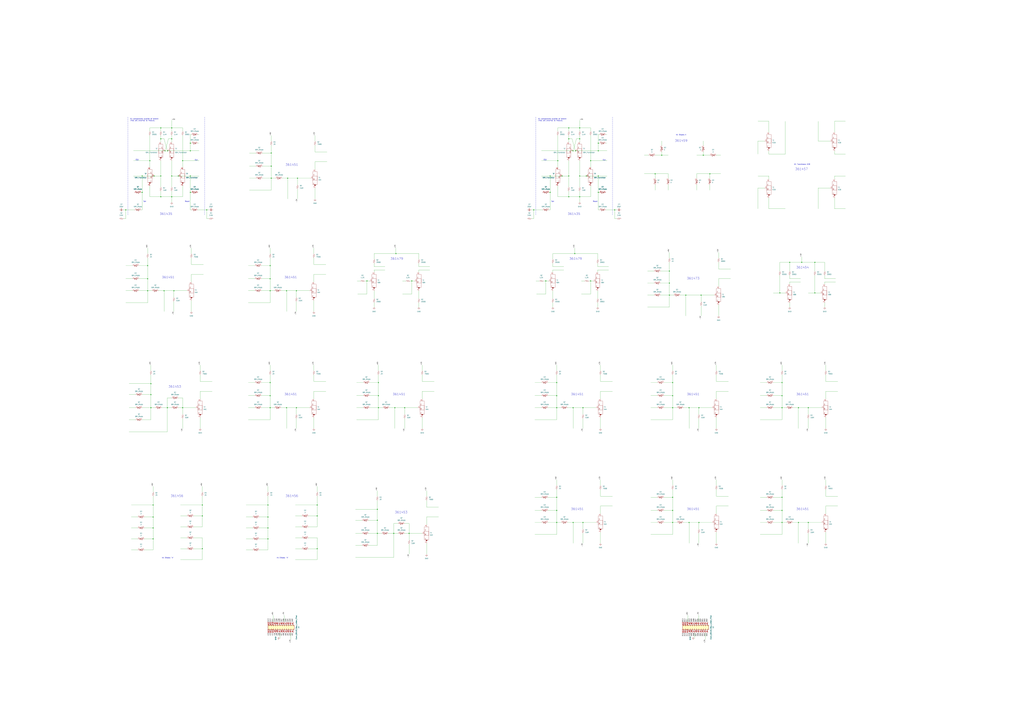
<source format=kicad_sch>
(kicad_sch (version 20211123) (generator eeschema)
  (paper "A0")
  (junction (at 191.77 175.26))
  (junction (at 781.05 444.5))
  (junction (at 781.05 473.71))
  (junction (at 673.1 161.29))
  (junction (at 811.53 607.06))
  (junction (at 777.24 314.96))
  (junction (at 908.05 607.06))
  (junction (at 665.48 607.06))
  (junction (at 311.15 600.71))
  (junction (at 175.26 473.71))
  (junction (at 694.69 223.52))
  (junction (at 660.4 204.47))
  (junction (at 646.43 459.74))
  (junction (at 781.05 577.85))
  (junction (at 194.31 473.71))
  (junction (at 313.69 323.85))
  (junction (at 212.09 473.71))
  (junction (at 768.35 180.34))
  (junction (at 313.69 473.71))
  (junction (at 207.01 204.47))
  (junction (at 927.1 607.06))
  (junction (at 190.5 337.82))
  (junction (at 908.05 577.85))
  (junction (at 781.05 607.06))
  (junction (at 908.05 459.74))
  (junction (at 781.05 459.74))
  (junction (at 438.15 619.76))
  (junction (at 368.3 586.74))
  (junction (at 146.05 243.84))
  (junction (at 220.98 175.26))
  (junction (at 345.44 207.01))
  (junction (at 458.47 473.71))
  (junction (at 199.39 161.29))
  (junction (at 694.69 175.26))
  (junction (at 171.45 337.82))
  (junction (at 332.74 473.71))
  (junction (at 647.7 186.69))
  (junction (at 311.15 586.74))
  (junction (at 652.78 204.47))
  (junction (at 173.99 186.69))
  (junction (at 811.53 473.71))
  (junction (at 313.69 459.74))
  (junction (at 457.2 619.76))
  (junction (at 212.09 186.6832))
  (junction (at 660.4 161.29))
  (junction (at 668.02 175.26))
  (junction (at 186.69 161.29))
  (junction (at 660.4 148.59))
  (junction (at 665.48 175.26))
  (junction (at 760.73 201.93))
  (junction (at 796.29 342.9))
  (junction (at 908.05 473.71))
  (junction (at 311.15 626.11))
  (junction (at 186.69 228.6))
  (junction (at 694.69 166.37))
  (junction (at 908.05 593.09))
  (junction (at 673.1 148.59))
  (junction (at 186.69 204.47))
  (junction (at 179.07 204.47))
  (junction (at 777.24 342.9))
  (junction (at 638.81 204.47))
  (junction (at 638.81 223.52))
  (junction (at 474.98 619.76))
  (junction (at 334.01 207.01))
  (junction (at 619.76 243.84))
  (junction (at 177.8 626.11))
  (junction (at 781.05 593.09))
  (junction (at 201.93 337.82))
  (junction (at 673.1 228.6))
  (junction (at 175.26 458.47))
  (junction (at 814.07 342.9))
  (junction (at 646.43 444.5))
  (junction (at 694.69 204.47))
  (junction (at 685.8 186.6832))
  (junction (at 438.15 591.82))
  (junction (at 199.39 204.47))
  (junction (at 165.1 204.47))
  (junction (at 713.74 243.84))
  (junction (at 240.03 243.84))
  (junction (at 905.51 340.36))
  (junction (at 938.53 473.71))
  (junction (at 171.45 308.61))
  (junction (at 177.8 613.41))
  (junction (at 777.24 328.93))
  (junction (at 186.69 148.59))
  (junction (at 175.26 445.77))
  (junction (at 908.05 444.5))
  (junction (at 916.94 304.8))
  (junction (at 938.53 607.06))
  (junction (at 344.17 473.71))
  (junction (at 676.91 607.06))
  (junction (at 234.95 586.74))
  (junction (at 439.42 459.74))
  (junction (at 314.96 207.01))
  (junction (at 676.91 473.71))
  (junction (at 660.4 228.6))
  (junction (at 313.69 308.61))
  (junction (at 220.98 166.37))
  (junction (at 220.98 223.52))
  (junction (at 220.98 204.47))
  (junction (at 313.69 337.82))
  (junction (at 313.69 444.5))
  (junction (at 673.1 204.47))
  (junction (at 946.15 340.36))
  (junction (at 332.74 337.82))
  (junction (at 234.95 637.54))
  (junction (at 194.31 175.26))
  (junction (at 426.085 326.39))
  (junction (at 199.39 228.6))
  (junction (at 234.95 599.44))
  (junction (at 177.8 586.74))
  (junction (at 633.73 326.39))
  (junction (at 344.17 337.82))
  (junction (at 800.1 607.06))
  (junction (at 199.39 148.59))
  (junction (at 439.42 444.5))
  (junction (at 685.8 326.39))
  (junction (at 439.42 473.71))
  (junction (at 459.74 294.64))
  (junction (at 646.43 607.06))
  (junction (at 368.3 599.44))
  (junction (at 171.45 323.85))
  (junction (at 646.43 577.85))
  (junction (at 469.9 473.71))
  (junction (at 646.43 593.09))
  (junction (at 314.96 177.8))
  (junction (at 800.1 473.71))
  (junction (at 478.155 326.39))
  (junction (at 311.15 613.41))
  (junction (at 930.91 304.8))
  (junction (at 368.3 637.54))
  (junction (at 816.61 180.34))
  (junction (at 946.15 304.8))
  (junction (at 438.15 604.52))
  (junction (at 314.96 193.04))
  (junction (at 665.48 473.71))
  (junction (at 646.43 473.71))
  (junction (at 165.1 223.52))
  (junction (at 927.1 473.71))
  (junction (at 824.23 201.93))
  (junction (at 667.385 294.64))
  (junction (at 680.72 204.47))
  (junction (at 177.8 600.71))
  (wire (pts (xy 224.79 624.84) (xy 234.95 624.84)))
  (wire (pts (xy 908.05 593.09) (xy 897.89 593.09)))
  (wire (pts (xy 905.51 304.8) (xy 916.94 304.8)))
  (wire (pts (xy 621.03 444.5) (xy 628.65 444.5)))
  (wire (pts (xy 685.8 148.59) (xy 685.8 152.4)))
  (wire (pts (xy 199.39 204.47) (xy 199.39 217.17)))
  (wire (pts (xy 474.98 608.33) (xy 469.9 608.33)))
  (wire (pts (xy 748.03 180.34) (xy 753.11 180.34)))
  (wire (pts (xy 220.98 204.47) (xy 231.14 204.47)))
  (wire (pts (xy 697.23 596.9) (xy 697.23 588.01)))
  (wire (pts (xy 647.7 148.59) (xy 660.4 148.59)))
  (wire (pts (xy 665.48 631.19) (xy 665.48 607.06)))
  (wire (pts (xy 694.055 309.88) (xy 706.755 309.88)))
  (wire (pts (xy 963.93 163.83) (xy 949.96 163.83)))
  (wire (pts (xy 760.73 201.93) (xy 760.73 207.01)))
  (wire (pts (xy 434.34 313.69) (xy 447.04 313.69)))
  (wire (pts (xy 697.23 618.49) (xy 697.23 631.19)))
  (wire (pts (xy 814.07 342.9) (xy 814.07 350.52)))
  (wire (pts (xy 946.15 320.04) (xy 946.15 340.36)))
  (wire (pts (xy 908.05 424.18) (xy 908.05 430.53)))
  (wire (pts (xy 958.85 588.01) (xy 972.82 588.01)))
  (wire (pts (xy 474.98 619.76) (xy 474.98 608.33)))
  (wire (pts (xy 365.76 196.85) (xy 365.76 187.96)))
  (polyline (pts (xy 622.3 135.89) (xy 622.3 250.19)))
  (wire (pts (xy 927.1 631.19) (xy 927.1 607.06)))
  (wire (pts (xy 438.15 581.66) (xy 438.15 591.82)))
  (wire (pts (xy 660.4 157.48) (xy 660.4 161.29)))
  (wire (pts (xy 358.14 612.14) (xy 368.3 612.14)))
  (wire (pts (xy 303.53 473.71) (xy 313.69 473.71)))
  (wire (pts (xy 364.49 349.25) (xy 364.49 361.95)))
  (wire (pts (xy 414.02 487.68) (xy 439.42 487.68)))
  (wire (pts (xy 697.23 424.18) (xy 697.23 430.53)))
  (wire (pts (xy 212.09 186.6832) (xy 231.14 186.6832)))
  (wire (pts (xy 288.29 337.82) (xy 295.91 337.82)))
  (wire (pts (xy 165.1 487.68) (xy 175.26 487.68)))
  (wire (pts (xy 311.15 586.74) (xy 311.15 576.58)))
  (wire (pts (xy 755.65 577.85) (xy 763.27 577.85)))
  (wire (pts (xy 332.74 337.82) (xy 344.17 337.82)))
  (wire (pts (xy 152.4 613.41) (xy 160.02 613.41)))
  (wire (pts (xy 646.43 424.18) (xy 646.43 430.53)))
  (wire (pts (xy 667.385 294.64) (xy 694.055 294.64)))
  (wire (pts (xy 908.05 444.5) (xy 897.89 444.5)))
  (wire (pts (xy 414.02 444.5) (xy 421.64 444.5)))
  (wire (pts (xy 175.26 435.61) (xy 175.26 445.77)))
  (wire (pts (xy 314.96 157.48) (xy 314.96 163.83)))
  (wire (pts (xy 647.7 148.59) (xy 647.7 152.4)))
  (wire (pts (xy 882.65 577.85) (xy 890.27 577.85)))
  (wire (pts (xy 831.85 588.01) (xy 845.82 588.01)))
  (wire (pts (xy 311.15 613.41) (xy 311.15 626.11)))
  (wire (pts (xy 949.96 218.44) (xy 949.96 242.57)))
  (wire (pts (xy 938.53 619.76) (xy 938.53 631.19)))
  (wire (pts (xy 325.12 735.33) (xy 325.12 741.68)))
  (wire (pts (xy 676.91 619.76) (xy 676.91 631.19)))
  (wire (pts (xy 194.31 462.28) (xy 194.31 473.71)))
  (wire (pts (xy 675.005 341.63) (xy 685.8 341.63)))
  (wire (pts (xy 905.51 340.36) (xy 911.86 340.36)))
  (wire (pts (xy 694.055 337.82) (xy 694.055 346.71)))
  (wire (pts (xy 358.14 599.44) (xy 368.3 599.44)))
  (wire (pts (xy 167.64 613.41) (xy 177.8 613.41)))
  (wire (pts (xy 831.85 180.34) (xy 836.93 180.34)))
  (wire (pts (xy 646.43 593.09) (xy 646.43 607.06)))
  (wire (pts (xy 806.45 735.33) (xy 806.45 741.68)))
  (wire (pts (xy 179.07 204.47) (xy 186.69 204.47)))
  (wire (pts (xy 175.26 424.18) (xy 175.26 430.53)))
  (wire (pts (xy 760.73 201.93) (xy 775.97 201.93)))
  (wire (pts (xy 199.39 148.59) (xy 199.39 152.4)))
  (wire (pts (xy 697.23 568.96) (xy 697.23 576.58)))
  (wire (pts (xy 664.21 161.29) (xy 668.02 175.26)))
  (wire (pts (xy 175.26 458.47) (xy 175.26 473.71)))
  (wire (pts (xy 368.3 599.44) (xy 368.3 586.74)))
  (wire (pts (xy 969.01 229.87) (xy 969.01 242.57)))
  (wire (pts (xy 647.7 157.48) (xy 647.7 186.69)))
  (wire (pts (xy 938.53 473.71) (xy 938.53 481.33)))
  (wire (pts (xy 751.84 356.87) (xy 777.24 356.87)))
  (wire (pts (xy 171.45 299.72) (xy 171.45 308.61)))
  (wire (pts (xy 755.65 473.71) (xy 763.27 473.71)))
  (wire (pts (xy 908.05 577.85) (xy 897.89 577.85)))
  (wire (pts (xy 313.69 308.61) (xy 303.53 308.61)))
  (wire (pts (xy 660.4 161.29) (xy 664.21 161.29)))
  (wire (pts (xy 177.8 600.71) (xy 177.8 613.41)))
  (wire (pts (xy 905.51 314.96) (xy 905.51 304.8)))
  (wire (pts (xy 969.01 175.26) (xy 969.01 179.07)))
  (wire (pts (xy 232.41 435.61) (xy 232.41 443.23)))
  (wire (pts (xy 673.1 161.29) (xy 673.1 165.1)))
  (wire (pts (xy 880.11 163.83) (xy 880.11 179.07)))
  (wire (pts (xy 646.43 444.5) (xy 636.27 444.5)))
  (wire (pts (xy 199.39 228.6) (xy 199.39 234.95)))
  (wire (pts (xy 199.39 148.59) (xy 212.09 148.59)))
  (wire (pts (xy 751.84 314.96) (xy 759.46 314.96)))
  (wire (pts (xy 429.26 473.71) (xy 439.42 473.71)))
  (wire (pts (xy 332.74 473.71) (xy 344.17 473.71)))
  (wire (pts (xy 619.76 243.84) (xy 629.92 243.84)))
  (wire (pts (xy 240.03 254) (xy 240.03 243.84)))
  (wire (pts (xy 427.99 633.73) (xy 438.15 633.73)))
  (wire (pts (xy 697.23 485.14) (xy 697.23 497.84)))
  (wire (pts (xy 364.49 299.72) (xy 364.49 307.34)))
  (wire (pts (xy 190.5 337.82) (xy 201.93 337.82)))
  (wire (pts (xy 638.81 204.47) (xy 652.78 204.47)))
  (wire (pts (xy 439.42 459.74) (xy 429.26 459.74)))
  (wire (pts (xy 314.96 220.98) (xy 314.96 207.01)))
  (wire (pts (xy 660.4 228.6) (xy 647.7 228.6)))
  (wire (pts (xy 186.69 204.47) (xy 186.69 217.17)))
  (wire (pts (xy 224.79 612.14) (xy 234.95 612.14)))
  (wire (pts (xy 908.05 593.09) (xy 908.05 607.06)))
  (wire (pts (xy 490.22 424.18) (xy 490.22 430.53)))
  (wire (pts (xy 364.49 443.23) (xy 378.46 443.23)))
  (wire (pts (xy 439.42 435.61) (xy 439.42 444.5)))
  (wire (pts (xy 490.22 454.66) (xy 504.19 454.66)))
  (wire (pts (xy 344.17 337.82) (xy 344.17 345.44)))
  (wire (pts (xy 673.1 204.47) (xy 673.1 217.17)))
  (wire (pts (xy 199.39 204.47) (xy 207.01 204.47)))
  (wire (pts (xy 916.94 320.04) (xy 916.94 323.85)))
  (wire (pts (xy 694.055 313.69) (xy 706.755 313.69)))
  (wire (pts (xy 304.8 207.01) (xy 314.96 207.01)))
  (wire (pts (xy 194.31 473.71) (xy 199.39 473.71)))
  (wire (pts (xy 232.41 463.55) (xy 232.41 454.66)))
  (wire (pts (xy 414.02 473.71) (xy 421.64 473.71)))
  (wire (pts (xy 892.81 175.26) (xy 892.81 179.07)))
  (wire (pts (xy 669.29 161.29) (xy 665.48 175.26)))
  (wire (pts (xy 777.24 314.96) (xy 777.24 328.93)))
  (wire (pts (xy 777.24 356.87) (xy 777.24 342.9)))
  (wire (pts (xy 365.76 168.91) (xy 365.76 176.53)))
  (wire (pts (xy 646.43 593.09) (xy 636.27 593.09)))
  (wire (pts (xy 781.05 444.5) (xy 781.05 459.74)))
  (wire (pts (xy 438.15 604.52) (xy 438.15 619.76)))
  (wire (pts (xy 177.8 565.15) (xy 177.8 571.5)))
  (wire (pts (xy 187.96 473.71) (xy 194.31 473.71)))
  (wire (pts (xy 781.05 593.09) (xy 781.05 607.06)))
  (wire (pts (xy 660.4 161.29) (xy 660.4 165.1)))
  (wire (pts (xy 694.69 156.21) (xy 695.96 156.21)))
  (wire (pts (xy 146.05 254) (xy 146.05 243.84)))
  (wire (pts (xy 368.3 565.15) (xy 368.3 571.5)))
  (wire (pts (xy 300.99 613.41) (xy 311.15 613.41)))
  (wire (pts (xy 880.11 218.44) (xy 887.73 218.44)))
  (wire (pts (xy 665.48 497.84) (xy 665.48 473.71)))
  (wire (pts (xy 638.81 243.84) (xy 637.54 243.84)))
  (wire (pts (xy 673.1 228.6) (xy 660.4 228.6)))
  (wire (pts (xy 831.85 557.53) (xy 831.85 563.88)))
  (wire (pts (xy 887.73 163.83) (xy 880.11 163.83)))
  (wire (pts (xy 816.61 180.34) (xy 808.99 180.34)))
  (wire (pts (xy 882.65 473.71) (xy 890.27 473.71)))
  (wire (pts (xy 755.65 593.09) (xy 763.27 593.09)))
  (wire (pts (xy 892.81 153.67) (xy 892.81 140.97)))
  (wire (pts (xy 212.09 157.48) (xy 212.09 186.6832)))
  (wire (pts (xy 344.17 337.82) (xy 359.41 337.82)))
  (wire (pts (xy 438.15 619.76) (xy 427.99 619.76)))
  (wire (pts (xy 781.05 459.74) (xy 781.05 473.71)))
  (wire (pts (xy 831.85 596.9) (xy 831.85 588.01)))
  (wire (pts (xy 781.05 621.03) (xy 781.05 607.06)))
  (wire (pts (xy 364.49 318.77) (xy 378.46 318.77)))
  (wire (pts (xy 897.89 473.71) (xy 908.05 473.71)))
  (wire (pts (xy 834.39 354.33) (xy 834.39 367.03)))
  (wire (pts (xy 777.24 304.8) (xy 777.24 314.96)))
  (wire (pts (xy 775.97 207.01) (xy 775.97 201.93)))
  (wire (pts (xy 146.05 243.84) (xy 156.21 243.84)))
  (wire (pts (xy 646.43 444.5) (xy 646.43 459.74)))
  (wire (pts (xy 667.385 288.29) (xy 667.385 294.64)))
  (wire (pts (xy 457.2 647.7) (xy 412.75 647.7)))
  (wire (pts (xy 344.17 350.52) (xy 344.17 361.95)))
  (wire (pts (xy 199.39 157.48) (xy 199.39 161.29)))
  (wire (pts (xy 892.81 229.87) (xy 892.81 242.57)))
  (wire (pts (xy 365.76 218.44) (xy 365.76 231.14)))
  (wire (pts (xy 958.85 424.18) (xy 958.85 430.53)))
  (wire (pts (xy 364.49 288.29) (xy 364.49 294.64)))
  (wire (pts (xy 660.4 204.47) (xy 660.4 217.17)))
  (wire (pts (xy 694.055 294.64) (xy 694.055 300.99)))
  (wire (pts (xy 911.86 179.07) (xy 911.86 140.97)))
  (wire (pts (xy 457.2 619.76) (xy 457.2 647.7)))
  (wire (pts (xy 345.44 207.01) (xy 360.68 207.01)))
  (wire (pts (xy 438.15 591.82) (xy 438.15 604.52)))
  (wire (pts (xy 314.96 168.91) (xy 314.96 177.8)))
  (wire (pts (xy 229.87 243.84) (xy 240.03 243.84)))
  (wire (pts (xy 781.05 557.53) (xy 781.05 563.88)))
  (wire (pts (xy 831.85 454.66) (xy 845.82 454.66)))
  (wire (pts (xy 154.94 175.26) (xy 191.77 175.26)))
  (wire (pts (xy 660.4 148.59) (xy 673.1 148.59)))
  (wire (pts (xy 165.1 204.47) (xy 179.07 204.47)))
  (wire (pts (xy 467.36 326.39) (xy 471.17 326.39)))
  (wire (pts (xy 439.42 487.68) (xy 439.42 473.71)))
  (wire (pts (xy 646.43 577.85) (xy 646.43 593.09)))
  (wire (pts (xy 694.055 351.79) (xy 694.055 356.87)))
  (wire (pts (xy 646.43 577.85) (xy 636.27 577.85)))
  (wire (pts (xy 796.29 342.9) (xy 814.07 342.9)))
  (wire (pts (xy 342.9 624.84) (xy 350.52 624.84)))
  (wire (pts (xy 694.69 243.84) (xy 695.96 243.84)))
  (wire (pts (xy 811.53 619.76) (xy 811.53 631.19)))
  (wire (pts (xy 171.45 351.79) (xy 171.45 337.82)))
  (wire (pts (xy 313.69 323.85) (xy 303.53 323.85)))
  (wire (pts (xy 831.85 568.96) (xy 831.85 576.58)))
  (wire (pts (xy 781.05 607.06) (xy 786.13 607.06)))
  (wire (pts (xy 234.95 612.14) (xy 234.95 599.44)))
  (wire (pts (xy 285.75 638.81) (xy 293.37 638.81)))
  (wire (pts (xy 330.2 715.01) (xy 330.2 722.63)))
  (wire (pts (xy 892.81 242.57) (xy 911.86 242.57)))
  (wire (pts (xy 958.85 443.23) (xy 972.82 443.23)))
  (wire (pts (xy 927.1 607.06) (xy 938.53 607.06)))
  (wire (pts (xy 364.49 424.18) (xy 364.49 430.53)))
  (wire (pts (xy 337.82 735.33) (xy 337.82 742.95)))
  (wire (pts (xy 969.01 179.07) (xy 981.71 179.07)))
  (wire (pts (xy 439.42 459.74) (xy 439.42 473.71)))
  (wire (pts (xy 344.17 486.41) (xy 344.17 497.84)))
  (wire (pts (xy 439.42 424.18) (xy 439.42 430.53)))
  (wire (pts (xy 646.43 473.71) (xy 651.51 473.71)))
  (wire (pts (xy 770.89 607.06) (xy 781.05 607.06)))
  (wire (pts (xy 816.61 176.53) (xy 816.61 180.34)))
  (wire (pts (xy 332.74 497.84) (xy 332.74 473.71)))
  (wire (pts (xy 781.05 487.68) (xy 781.05 473.71)))
  (wire (pts (xy 770.89 473.71) (xy 781.05 473.71)))
  (wire (pts (xy 768.35 176.53) (xy 768.35 180.34)))
  (wire (pts (xy 751.84 342.9) (xy 759.46 342.9)))
  (wire (pts (xy 149.86 445.77) (xy 175.26 445.77)))
  (wire (pts (xy 234.95 565.15) (xy 234.95 571.5)))
  (wire (pts (xy 165.1 243.84) (xy 163.83 243.84)))
  (wire (pts (xy 697.23 435.61) (xy 697.23 443.23)))
  (wire (pts (xy 478.155 341.63) (xy 478.155 326.39)))
  (wire (pts (xy 173.99 148.59) (xy 186.69 148.59)))
  (wire (pts (xy 486.41 294.64) (xy 486.41 300.99)))
  (wire (pts (xy 364.49 485.14) (xy 364.49 497.84)))
  (wire (pts (xy 177.8 586.74) (xy 177.8 600.71)))
  (wire (pts (xy 177.8 613.41) (xy 177.8 626.11)))
  (wire (pts (xy 190.5 161.29) (xy 194.31 175.26)))
  (wire (pts (xy 149.86 487.68) (xy 157.48 487.68)))
  (wire (pts (xy 814.07 342.9) (xy 829.31 342.9)))
  (wire (pts (xy 345.44 207.01) (xy 345.44 214.63)))
  (wire (pts (xy 685.8 157.48) (xy 685.8 186.6832)))
  (wire (pts (xy 697.23 463.55) (xy 697.23 454.66)))
  (wire (pts (xy 222.25 288.29) (xy 222.25 294.64)))
  (wire (pts (xy 694.69 223.52) (xy 695.96 223.52)))
  (wire (pts (xy 234.95 599.44) (xy 234.95 586.74)))
  (wire (pts (xy 814.07 355.6) (xy 814.07 367.03)))
  (wire (pts (xy 969.01 153.67) (xy 969.01 140.97)))
  (wire (pts (xy 789.94 342.9) (xy 796.29 342.9)))
  (wire (pts (xy 668.02 175.26) (xy 694.69 175.26)))
  (wire (pts (xy 908.05 568.96) (xy 908.05 577.85)))
  (wire (pts (xy 365.76 176.53) (xy 379.73 176.53)))
  (wire (pts (xy 777.24 293.37) (xy 777.24 299.72)))
  (wire (pts (xy 716.28 254) (xy 713.74 254)))
  (wire (pts (xy 334.01 207.01) (xy 345.44 207.01)))
  (wire (pts (xy 342.9 650.24) (xy 368.3 650.24)))
  (wire (pts (xy 969.01 140.97) (xy 981.71 140.97)))
  (wire (pts (xy 958.85 435.61) (xy 958.85 443.23)))
  (wire (pts (xy 882.65 593.09) (xy 890.27 593.09)))
  (wire (pts (xy 342.9 586.74) (xy 368.3 586.74)))
  (wire (pts (xy 641.985 300.99) (xy 641.985 294.64)))
  (wire (pts (xy 908.05 444.5) (xy 908.05 459.74)))
  (wire (pts (xy 288.29 351.79) (xy 313.69 351.79)))
  (wire (pts (xy 659.13 473.71) (xy 665.48 473.71)))
  (wire (pts (xy 467.36 341.63) (xy 478.155 341.63)))
  (wire (pts (xy 775.97 214.63) (xy 775.97 220.98)))
  (wire (pts (xy 768.35 180.34) (xy 775.97 180.34)))
  (wire (pts (xy 908.05 487.68) (xy 908.05 473.71)))
  (wire (pts (xy 641.985 316.23) (xy 641.985 313.69)))
  (wire (pts (xy 222.25 318.77) (xy 236.22 318.77)))
  (wire (pts (xy 313.69 351.79) (xy 313.69 337.82)))
  (wire (pts (xy 412.75 591.82) (xy 438.15 591.82)))
  (wire (pts (xy 220.98 166.37) (xy 220.98 175.26)))
  (wire (pts (xy 175.26 487.68) (xy 175.26 473.71)))
  (wire (pts (xy 146.05 308.61) (xy 153.67 308.61)))
  (wire (pts (xy 673.1 148.59) (xy 673.1 152.4)))
  (wire (pts (xy 800.1 607.06) (xy 811.53 607.06)))
  (wire (pts (xy 892.81 204.47) (xy 892.81 208.28)))
  (wire (pts (xy 209.55 637.54) (xy 217.17 637.54)))
  (wire (pts (xy 161.29 337.82) (xy 171.45 337.82)))
  (wire (pts (xy 638.81 223.52) (xy 638.81 243.84)))
  (wire (pts (xy 486.41 309.88) (xy 499.11 309.88)))
  (wire (pts (xy 368.3 650.24) (xy 368.3 637.54)))
  (wire (pts (xy 212.09 148.59) (xy 212.09 152.4)))
  (wire (pts (xy 313.69 308.61) (xy 313.69 323.85)))
  (wire (pts (xy 423.545 326.39) (xy 426.085 326.39)))
  (wire (pts (xy 831.85 463.55) (xy 831.85 454.66)))
  (wire (pts (xy 957.58 351.79) (xy 957.58 356.87)))
  (wire (pts (xy 831.85 443.23) (xy 845.82 443.23)))
  (wire (pts (xy 303.53 337.82) (xy 313.69 337.82)))
  (wire (pts (xy 957.58 304.8) (xy 957.58 314.96)))
  (wire (pts (xy 781.05 577.85) (xy 770.89 577.85)))
  (wire (pts (xy 694.69 204.47) (xy 704.85 204.47)))
  (polyline (pts (xy 148.59 135.89) (xy 148.59 250.19)))
  (wire (pts (xy 458.47 473.71) (xy 469.9 473.71)))
  (wire (pts (xy 439.42 444.5) (xy 429.26 444.5)))
  (wire (pts (xy 224.79 599.44) (xy 234.95 599.44)))
  (wire (pts (xy 457.2 608.33) (xy 457.2 619.76)))
  (wire (pts (xy 673.1 228.6) (xy 673.1 234.95)))
  (wire (pts (xy 212.09 486.41) (xy 212.09 497.84)))
  (wire (pts (xy 490.22 443.23) (xy 504.19 443.23)))
  (wire (pts (xy 240.03 243.84) (xy 242.57 243.84)))
  (wire (pts (xy 938.53 486.41) (xy 938.53 497.84)))
  (wire (pts (xy 882.65 487.68) (xy 908.05 487.68)))
  (wire (pts (xy 289.56 220.98) (xy 314.96 220.98)))
  (wire (pts (xy 882.65 607.06) (xy 890.27 607.06)))
  (wire (pts (xy 177.8 626.11) (xy 177.8 638.81)))
  (wire (pts (xy 676.91 473.71) (xy 692.15 473.71)))
  (wire (pts (xy 927.1 497.84) (xy 927.1 473.71)))
  (wire (pts (xy 916.94 330.2) (xy 916.94 327.66)))
  (wire (pts (xy 439.42 444.5) (xy 439.42 459.74)))
  (wire (pts (xy 450.85 619.76) (xy 457.2 619.76)))
  (wire (pts (xy 220.98 156.21) (xy 220.98 166.37)))
  (wire (pts (xy 364.49 327.66) (xy 364.49 318.77)))
  (wire (pts (xy 459.74 294.64) (xy 486.41 294.64)))
  (wire (pts (xy 224.79 637.54) (xy 234.95 637.54)))
  (wire (pts (xy 314.96 177.8) (xy 304.8 177.8)))
  (wire (pts (xy 633.73 326.39) (xy 636.905 326.39)))
  (wire (pts (xy 222.25 349.25) (xy 222.25 361.95)))
  (wire (pts (xy 288.29 459.74) (xy 295.91 459.74)))
  (wire (pts (xy 495.3 609.6) (xy 495.3 600.71)))
  (wire (pts (xy 697.23 454.66) (xy 711.2 454.66)))
  (wire (pts (xy 676.91 486.41) (xy 676.91 497.84)))
  (wire (pts (xy 781.05 577.85) (xy 781.05 593.09)))
  (wire (pts (xy 908.05 459.74) (xy 897.89 459.74)))
  (wire (pts (xy 958.85 485.14) (xy 958.85 497.84)))
  (wire (pts (xy 938.53 607.06) (xy 938.53 614.68)))
  (wire (pts (xy 646.43 607.06) (xy 651.51 607.06)))
  (wire (pts (xy 811.53 486.41) (xy 811.53 497.84)))
  (wire (pts (xy 908.05 557.53) (xy 908.05 563.88)))
  (wire (pts (xy 800.1 497.84) (xy 800.1 473.71)))
  (wire (pts (xy 222.25 299.72) (xy 222.25 307.34)))
  (wire (pts (xy 800.1 473.71) (xy 811.53 473.71)))
  (wire (pts (xy 220.98 166.37) (xy 222.25 166.37)))
  (wire (pts (xy 313.69 337.82) (xy 318.77 337.82)))
  (wire (pts (xy 212.09 215.9) (xy 212.09 228.6)))
  (wire (pts (xy 414.02 459.74) (xy 421.64 459.74)))
  (wire (pts (xy 646.43 459.74) (xy 636.27 459.74)))
  (wire (pts (xy 209.55 586.74) (xy 234.95 586.74)))
  (wire (pts (xy 364.49 454.66) (xy 378.46 454.66)))
  (wire (pts (xy 438.15 570.23) (xy 438.15 576.58)))
  (wire (pts (xy 149.86 458.47) (xy 157.48 458.47)))
  (wire (pts (xy 927.1 473.71) (xy 938.53 473.71)))
  (wire (pts (xy 694.69 204.47) (xy 694.69 223.52)))
  (wire (pts (xy 171.45 323.85) (xy 161.29 323.85)))
  (wire (pts (xy 300.99 600.71) (xy 311.15 600.71)))
  (wire (pts (xy 908.05 459.74) (xy 908.05 473.71)))
  (wire (pts (xy 495.3 570.23) (xy 495.3 576.58)))
  (wire (pts (xy 897.89 607.06) (xy 908.05 607.06)))
  (wire (pts (xy 636.27 607.06) (xy 646.43 607.06)))
  (wire (pts (xy 834.39 323.85) (xy 848.36 323.85)))
  (wire (pts (xy 621.03 607.06) (xy 628.65 607.06)))
  (wire (pts (xy 229.87 166.37) (xy 231.14 166.37)))
  (wire (pts (xy 171.45 337.82) (xy 176.53 337.82)))
  (wire (pts (xy 173.99 148.59) (xy 173.99 152.4)))
  (wire (pts (xy 793.75 473.71) (xy 800.1 473.71)))
  (wire (pts (xy 946.15 304.8) (xy 946.15 314.96)))
  (polyline (pts (xy 237.49 135.89) (xy 237.49 250.19)))
  (wire (pts (xy 438.15 633.73) (xy 438.15 619.76)))
  (wire (pts (xy 957.58 330.2) (xy 957.58 327.66)))
  (wire (pts (xy 358.14 637.54) (xy 368.3 637.54)))
  (wire (pts (xy 358.14 624.84) (xy 368.3 624.84)))
  (wire (pts (xy 234.95 624.84) (xy 234.95 637.54)))
  (wire (pts (xy 697.23 576.58) (xy 711.2 576.58)))
  (wire (pts (xy 438.15 619.76) (xy 443.23 619.76)))
  (wire (pts (xy 143.51 254) (xy 146.05 254)))
  (wire (pts (xy 638.81 223.52) (xy 637.54 223.52)))
  (wire (pts (xy 646.43 487.68) (xy 646.43 473.71)))
  (wire (pts (xy 285.75 600.71) (xy 293.37 600.71)))
  (wire (pts (xy 659.13 607.06) (xy 665.48 607.06)))
  (wire (pts (xy 680.72 204.47) (xy 694.69 204.47)))
  (wire (pts (xy 930.91 304.8) (xy 946.15 304.8)))
  (wire (pts (xy 368.3 612.14) (xy 368.3 599.44)))
  (wire (pts (xy 313.69 487.68) (xy 313.69 473.71)))
  (wire (pts (xy 314.96 177.8) (xy 314.96 193.04)))
  (wire (pts (xy 938.53 607.06) (xy 953.77 607.06)))
  (wire (pts (xy 412.75 604.52) (xy 420.37 604.52)))
  (wire (pts (xy 946.15 340.36) (xy 952.5 340.36)))
  (wire (pts (xy 755.65 459.74) (xy 763.27 459.74)))
  (wire (pts (xy 628.65 186.69) (xy 647.7 186.69)))
  (wire (pts (xy 916.94 304.8) (xy 930.91 304.8)))
  (wire (pts (xy 905.51 320.04) (xy 905.51 340.36)))
  (wire (pts (xy 342.9 612.14) (xy 350.52 612.14)))
  (wire (pts (xy 685.8 186.6832) (xy 685.8 194.31)))
  (wire (pts (xy 459.74 288.29) (xy 459.74 294.64)))
  (wire (pts (xy 288.29 308.61) (xy 295.91 308.61)))
  (wire (pts (xy 152.4 586.74) (xy 177.8 586.74)))
  (wire (pts (xy 665.48 473.71) (xy 676.91 473.71)))
  (wire (pts (xy 831.85 435.61) (xy 831.85 443.23)))
  (wire (pts (xy 474.98 619.76) (xy 490.22 619.76)))
  (wire (pts (xy 152.4 626.11) (xy 160.02 626.11)))
  (wire (pts (xy 938.53 473.71) (xy 953.77 473.71)))
  (wire (pts (xy 781.05 435.61) (xy 781.05 444.5)))
  (wire (pts (xy 412.75 633.73) (xy 420.37 633.73)))
  (wire (pts (xy 641.985 356.87) (xy 641.985 351.79)))
  (wire (pts (xy 908.05 473.71) (xy 913.13 473.71)))
  (wire (pts (xy 703.58 166.37) (xy 704.85 166.37)))
  (wire (pts (xy 434.34 309.88) (xy 447.04 309.88)))
  (wire (pts (xy 777.24 342.9) (xy 782.32 342.9)))
  (wire (pts (xy 777.24 328.93) (xy 767.08 328.93)))
  (wire (pts (xy 892.81 179.07) (xy 911.86 179.07)))
  (wire (pts (xy 452.12 473.71) (xy 458.47 473.71)))
  (wire (pts (xy 641.985 309.88) (xy 654.685 309.88)))
  (wire (pts (xy 916.94 323.85) (xy 929.64 323.85)))
  (wire (pts (xy 212.09 186.6832) (xy 212.09 194.31)))
  (wire (pts (xy 199.39 228.6) (xy 186.69 228.6)))
  (wire (pts (xy 796.29 342.9) (xy 796.29 367.03)))
  (wire (pts (xy 647.7 228.6) (xy 647.7 215.9)))
  (wire (pts (xy 647.7 186.69) (xy 647.7 194.31)))
  (wire (pts (xy 300.99 638.81) (xy 311.15 638.81)))
  (wire (pts (xy 908.05 435.61) (xy 908.05 444.5)))
  (wire (pts (xy 457.2 619.76) (xy 462.28 619.76)))
  (wire (pts (xy 212.09 473.71) (xy 212.09 462.28)))
  (wire (pts (xy 201.93 350.52) (xy 201.93 361.95)))
  (wire (pts (xy 969.01 204.47) (xy 981.71 204.47)))
  (wire (pts (xy 186.69 161.29) (xy 190.5 161.29)))
  (wire (pts (xy 834.39 293.37) (xy 834.39 299.72)))
  (wire (pts (xy 641.985 294.64) (xy 667.385 294.64)))
  (wire (pts (xy 146.05 243.84) (xy 143.51 243.84)))
  (wire (pts (xy 930.91 298.45) (xy 930.91 304.8)))
  (wire (pts (xy 194.31 175.26) (xy 220.98 175.26)))
  (wire (pts (xy 199.39 161.29) (xy 195.58 161.29)))
  (wire (pts (xy 478.155 326.39) (xy 481.33 326.39)))
  (wire (pts (xy 326.39 337.82) (xy 332.74 337.82)))
  (wire (pts (xy 617.22 254) (xy 619.76 254)))
  (wire (pts (xy 146.05 337.82) (xy 153.67 337.82)))
  (wire (pts (xy 755.65 607.06) (xy 763.27 607.06)))
  (wire (pts (xy 768.35 163.83) (xy 768.35 168.91)))
  (wire (pts (xy 173.99 157.48) (xy 173.99 186.69)))
  (wire (pts (xy 916.94 327.66) (xy 929.64 327.66)))
  (wire (pts (xy 313.69 435.61) (xy 313.69 444.5)))
  (wire (pts (xy 673.1 161.29) (xy 669.29 161.29)))
  (wire (pts (xy 831.85 618.49) (xy 831.85 631.19)))
  (wire (pts (xy 285.75 586.74) (xy 311.15 586.74)))
  (wire (pts (xy 165.1 204.47) (xy 165.1 223.52)))
  (wire (pts (xy 880.11 204.47) (xy 892.81 204.47)))
  (wire (pts (xy 675.005 326.39) (xy 678.815 326.39)))
  (wire (pts (xy 834.39 332.74) (xy 834.39 323.85)))
  (wire (pts (xy 781.05 444.5) (xy 770.89 444.5)))
  (wire (pts (xy 660.4 148.59) (xy 660.4 152.4)))
  (wire (pts (xy 694.69 156.21) (xy 694.69 166.37)))
  (wire (pts (xy 819.15 735.33) (xy 819.15 742.95)))
  (wire (pts (xy 171.45 308.61) (xy 161.29 308.61)))
  (wire (pts (xy 201.93 337.82) (xy 217.17 337.82)))
  (wire (pts (xy 621.03 459.74) (xy 628.65 459.74)))
  (wire (pts (xy 685.8 186.6832) (xy 704.85 186.6832)))
  (wire (pts (xy 313.69 444.5) (xy 313.69 459.74)))
  (wire (pts (xy 313.69 444.5) (xy 303.53 444.5)))
  (wire (pts (xy 673.1 222.25) (xy 673.1 228.6)))
  (wire (pts (xy 194.31 501.65) (xy 149.86 501.65)))
  (wire (pts (xy 314.96 207.01) (xy 320.04 207.01)))
  (wire (pts (xy 469.9 619.76) (xy 474.98 619.76)))
  (wire (pts (xy 665.48 607.06) (xy 676.91 607.06)))
  (wire (pts (xy 673.1 139.7) (xy 673.1 148.59)))
  (wire (pts (xy 146.05 323.85) (xy 153.67 323.85)))
  (wire (pts (xy 685.8 326.39) (xy 688.975 326.39)))
  (wire (pts (xy 149.86 473.71) (xy 157.48 473.71)))
  (wire (pts (xy 368.3 624.84) (xy 368.3 637.54)))
  (wire (pts (xy 646.43 459.74) (xy 646.43 473.71)))
  (wire (pts (xy 882.65 459.74) (xy 890.27 459.74)))
  (wire (pts (xy 190.5 361.95) (xy 190.5 337.82)))
  (wire (pts (xy 364.49 463.55) (xy 364.49 454.66)))
  (wire (pts (xy 760.73 180.34) (xy 768.35 180.34)))
  (wire (pts (xy 916.94 304.8) (xy 916.94 314.96)))
  (wire (pts (xy 621.03 593.09) (xy 628.65 593.09)))
  (wire (pts (xy 622.3 326.39) (xy 626.11 326.39)))
  (wire (pts (xy 300.99 626.11) (xy 311.15 626.11)))
  (wire (pts (xy 152.4 638.81) (xy 160.02 638.81)))
  (wire (pts (xy 212.09 462.28) (xy 207.01 462.28)))
  (wire (pts (xy 313.69 288.29) (xy 313.69 294.64)))
  (wire (pts (xy 186.69 228.6) (xy 173.99 228.6)))
  (wire (pts (xy 957.58 323.85) (xy 970.28 323.85)))
  (wire (pts (xy 685.8 215.9) (xy 685.8 228.6)))
  (wire (pts (xy 800.1 631.19) (xy 800.1 607.06)))
  (wire (pts (xy 963.93 218.44) (xy 949.96 218.44)))
  (wire (pts (xy 621.03 487.68) (xy 646.43 487.68)))
  (wire (pts (xy 469.9 473.71) (xy 485.14 473.71)))
  (wire (pts (xy 317.5 715.01) (xy 317.5 722.63)))
  (wire (pts (xy 209.55 612.14) (xy 217.17 612.14)))
  (wire (pts (xy 332.74 361.95) (xy 332.74 337.82)))
  (wire (pts (xy 958.85 454.66) (xy 972.82 454.66)))
  (wire (pts (xy 311.15 626.11) (xy 311.15 638.81)))
  (wire (pts (xy 288.29 487.68) (xy 313.69 487.68)))
  (wire (pts (xy 314.96 193.04) (xy 304.8 193.04)))
  (wire (pts (xy 834.39 312.42) (xy 848.36 312.42)))
  (wire (pts (xy 892.81 140.97) (xy 880.11 140.97)))
  (wire (pts (xy 199.39 462.28) (xy 194.31 462.28)))
  (wire (pts (xy 619.76 243.84) (xy 617.22 243.84)))
  (wire (pts (xy 946.15 304.8) (xy 957.58 304.8)))
  (wire (pts (xy 641.985 337.82) (xy 641.985 346.71)))
  (wire (pts (xy 186.69 161.29) (xy 186.69 165.1)))
  (wire (pts (xy 760.73 214.63) (xy 760.73 220.98)))
  (wire (pts (xy 326.39 473.71) (xy 332.74 473.71)))
  (wire (pts (xy 434.34 300.99) (xy 434.34 294.64)))
  (wire (pts (xy 220.98 204.47) (xy 220.98 223.52)))
  (wire (pts (xy 751.84 328.93) (xy 759.46 328.93)))
  (wire (pts (xy 165.1 223.52) (xy 165.1 243.84)))
  (wire (pts (xy 703.58 156.21) (xy 704.85 156.21)))
  (wire (pts (xy 641.985 313.69) (xy 654.685 313.69)))
  (wire (pts (xy 313.69 323.85) (xy 313.69 337.82)))
  (wire (pts (xy 880.11 242.57) (xy 880.11 218.44)))
  (wire (pts (xy 469.9 473.71) (xy 469.9 481.33)))
  (wire (pts (xy 207.01 204.47) (xy 220.98 204.47)))
  (wire (pts (xy 186.69 157.48) (xy 186.69 161.29)))
  (wire (pts (xy 834.39 304.8) (xy 834.39 312.42)))
  (wire (pts (xy 628.65 204.47) (xy 638.81 204.47)))
  (wire (pts (xy 798.83 715.01) (xy 798.83 722.63)))
  (wire (pts (xy 222.25 327.66) (xy 222.25 318.77)))
  (wire (pts (xy 495.3 600.71) (xy 509.27 600.71)))
  (wire (pts (xy 167.64 638.81) (xy 177.8 638.81)))
  (wire (pts (xy 412.75 619.76) (xy 420.37 619.76)))
  (wire (pts (xy 486.41 351.79) (xy 486.41 356.87)))
  (wire (pts (xy 486.41 316.23) (xy 486.41 313.69)))
  (wire (pts (xy 171.45 323.85) (xy 171.45 337.82)))
  (wire (pts (xy 916.94 351.79) (xy 916.94 356.87)))
  (wire (pts (xy 173.99 186.69) (xy 173.99 194.31)))
  (wire (pts (xy 232.41 424.18) (xy 232.41 430.53)))
  (wire (pts (xy 646.43 435.61) (xy 646.43 444.5)))
  (wire (pts (xy 748.03 201.93) (xy 760.73 201.93)))
  (wire (pts (xy 676.91 607.06) (xy 692.15 607.06)))
  (wire (pts (xy 434.34 306.07) (xy 434.34 309.88)))
  (wire (pts (xy 621.03 473.71) (xy 628.65 473.71)))
  (wire (pts (xy 288.29 473.71) (xy 295.91 473.71)))
  (wire (pts (xy 232.41 485.14) (xy 232.41 497.84)))
  (wire (pts (xy 949.96 163.83) (xy 949.96 140.97)))
  (wire (pts (xy 220.98 156.21) (xy 222.25 156.21)))
  (wire (pts (xy 767.08 342.9) (xy 777.24 342.9)))
  (wire (pts (xy 811.53 607.06) (xy 826.77 607.06)))
  (wire (pts (xy 334.01 231.14) (xy 334.01 207.01)))
  (wire (pts (xy 646.43 568.96) (xy 646.43 577.85)))
  (wire (pts (xy 495.3 589.28) (xy 509.27 589.28)))
  (wire (pts (xy 146.05 351.79) (xy 171.45 351.79)))
  (wire (pts (xy 755.65 621.03) (xy 781.05 621.03)))
  (wire (pts (xy 781.05 473.71) (xy 786.13 473.71)))
  (wire (pts (xy 365.76 157.48) (xy 365.76 163.83)))
  (wire (pts (xy 638.81 204.47) (xy 638.81 223.52)))
  (wire (pts (xy 220.98 175.26) (xy 231.14 175.26)))
  (wire (pts (xy 755.65 487.68) (xy 781.05 487.68)))
  (wire (pts (xy 713.74 254) (xy 713.74 243.84)))
  (wire (pts (xy 313.69 424.18) (xy 313.69 430.53)))
  (wire (pts (xy 490.22 463.55) (xy 490.22 454.66)))
  (wire (pts (xy 313.69 473.71) (xy 318.77 473.71)))
  (wire (pts (xy 781.05 424.18) (xy 781.05 430.53)))
  (wire (pts (xy 232.41 454.66) (xy 246.38 454.66)))
  (wire (pts (xy 220.98 223.52) (xy 220.98 243.84)))
  (wire (pts (xy 313.69 299.72) (xy 313.69 308.61)))
  (wire (pts (xy 683.895 326.39) (xy 685.8 326.39)))
  (wire (pts (xy 314.96 193.04) (xy 314.96 207.01)))
  (wire (pts (xy 811.53 473.71) (xy 811.53 481.33)))
  (wire (pts (xy 313.69 459.74) (xy 313.69 473.71)))
  (wire (pts (xy 490.22 435.61) (xy 490.22 443.23)))
  (wire (pts (xy 342.9 599.44) (xy 350.52 599.44)))
  (wire (pts (xy 628.65 175.26) (xy 665.48 175.26)))
  (wire (pts (xy 154.94 186.69) (xy 173.99 186.69)))
  (wire (pts (xy 660.4 204.47) (xy 660.4 186.69)))
  (wire (pts (xy 426.085 341.63) (xy 426.085 326.39)))
  (wire (pts (xy 365.76 187.96) (xy 379.73 187.96)))
  (wire (pts (xy 175.26 473.71) (xy 180.34 473.71)))
  (wire (pts (xy 694.055 306.07) (xy 694.055 309.88)))
  (wire (pts (xy 957.58 327.66) (xy 970.28 327.66)))
  (wire (pts (xy 171.45 308.61) (xy 171.45 323.85)))
  (wire (pts (xy 289.56 207.01) (xy 297.18 207.01)))
  (wire (pts (xy 220.98 243.84) (xy 222.25 243.84)))
  (wire (pts (xy 434.34 337.82) (xy 434.34 346.71)))
  (wire (pts (xy 194.31 473.71) (xy 194.31 501.65)))
  (wire (pts (xy 199.39 139.7) (xy 199.39 148.59)))
  (wire (pts (xy 186.69 222.25) (xy 186.69 228.6)))
  (wire (pts (xy 673.1 148.59) (xy 685.8 148.59)))
  (wire (pts (xy 199.39 222.25) (xy 199.39 228.6)))
  (wire (pts (xy 631.19 326.39) (xy 633.73 326.39)))
  (wire (pts (xy 694.69 166.37) (xy 694.69 175.26)))
  (wire (pts (xy 685.8 228.6) (xy 673.1 228.6)))
  (wire (pts (xy 344.17 473.71) (xy 344.17 481.33)))
  (wire (pts (xy 311.15 586.74) (xy 311.15 600.71)))
  (wire (pts (xy 673.1 186.69) (xy 673.1 204.47)))
  (wire (pts (xy 781.05 568.96) (xy 781.05 577.85)))
  (wire (pts (xy 209.55 624.84) (xy 217.17 624.84)))
  (wire (pts (xy 186.69 204.47) (xy 186.69 186.69)))
  (wire (pts (xy 882.65 444.5) (xy 890.27 444.5)))
  (wire (pts (xy 777.24 328.93) (xy 777.24 342.9)))
  (wire (pts (xy 177.8 586.74) (xy 177.8 576.58)))
  (wire (pts (xy 173.99 228.6) (xy 173.99 215.9)))
  (wire (pts (xy 694.69 175.26) (xy 704.85 175.26)))
  (wire (pts (xy 697.23 443.23) (xy 711.2 443.23)))
  (wire (pts (xy 685.8 341.63) (xy 685.8 326.39)))
  (wire (pts (xy 368.3 586.74) (xy 368.3 576.58)))
  (wire (pts (xy 621.03 577.85) (xy 628.65 577.85)))
  (wire (pts (xy 824.23 201.93) (xy 824.23 207.01)))
  (wire (pts (xy 694.055 316.23) (xy 694.055 313.69)))
  (wire (pts (xy 920.75 473.71) (xy 927.1 473.71)))
  (wire (pts (xy 673.1 204.47) (xy 680.72 204.47)))
  (wire (pts (xy 364.49 435.61) (xy 364.49 443.23)))
  (wire (pts (xy 831.85 485.14) (xy 831.85 497.84)))
  (wire (pts (xy 958.85 576.58) (xy 972.82 576.58)))
  (wire (pts (xy 152.4 600.71) (xy 160.02 600.71)))
  (wire (pts (xy 289.56 177.8) (xy 297.18 177.8)))
  (wire (pts (xy 434.34 316.23) (xy 434.34 313.69)))
  (wire (pts (xy 908.05 621.03) (xy 908.05 607.06)))
  (wire (pts (xy 288.29 444.5) (xy 295.91 444.5)))
  (wire (pts (xy 175.26 473.71) (xy 165.1 473.71)))
  (wire (pts (xy 755.65 444.5) (xy 763.27 444.5)))
  (wire (pts (xy 289.56 193.04) (xy 297.18 193.04)))
  (wire (pts (xy 958.85 463.55) (xy 958.85 454.66)))
  (wire (pts (xy 824.23 214.63) (xy 824.23 220.98)))
  (wire (pts (xy 462.28 608.33) (xy 457.2 608.33)))
  (wire (pts (xy 969.01 242.57) (xy 981.71 242.57)))
  (wire (pts (xy 167.64 600.71) (xy 177.8 600.71)))
  (wire (pts (xy 490.22 485.14) (xy 490.22 497.84)))
  (wire (pts (xy 476.25 326.39) (xy 478.155 326.39)))
  (wire (pts (xy 439.42 473.71) (xy 444.5 473.71)))
  (wire (pts (xy 288.29 323.85) (xy 295.91 323.85)))
  (wire (pts (xy 673.1 157.48) (xy 673.1 161.29)))
  (wire (pts (xy 184.15 337.82) (xy 190.5 337.82)))
  (wire (pts (xy 242.57 254) (xy 240.03 254)))
  (wire (pts (xy 697.23 588.01) (xy 711.2 588.01)))
  (wire (pts (xy 646.43 557.53) (xy 646.43 563.88)))
  (wire (pts (xy 811.53 607.06) (xy 811.53 614.68)))
  (wire (pts (xy 212.09 228.6) (xy 199.39 228.6)))
  (wire (pts (xy 621.03 621.03) (xy 646.43 621.03)))
  (wire (pts (xy 207.01 473.71) (xy 212.09 473.71)))
  (wire (pts (xy 486.41 337.82) (xy 486.41 346.71)))
  (wire (pts (xy 958.85 618.49) (xy 958.85 631.19)))
  (wire (pts (xy 713.74 243.84) (xy 716.28 243.84)))
  (wire (pts (xy 622.935 341.63) (xy 633.73 341.63)))
  (wire (pts (xy 285.75 626.11) (xy 293.37 626.11)))
  (wire (pts (xy 414.655 326.39) (xy 418.465 326.39)))
  (wire (pts (xy 434.34 356.87) (xy 434.34 351.79)))
  (wire (pts (xy 311.15 600.71) (xy 311.15 613.41)))
  (wire (pts (xy 234.95 586.74) (xy 234.95 576.58)))
  (wire (pts (xy 364.49 307.34) (xy 378.46 307.34)))
  (wire (pts (xy 165.1 223.52) (xy 163.83 223.52)))
  (wire (pts (xy 486.41 313.69) (xy 499.11 313.69)))
  (wire (pts (xy 646.43 621.03) (xy 646.43 607.06)))
  (wire (pts (xy 811.53 473.71) (xy 826.77 473.71)))
  (wire (pts (xy 212.09 473.71) (xy 227.33 473.71)))
  (wire (pts (xy 908.05 607.06) (xy 913.13 607.06)))
  (wire (pts (xy 311.15 565.15) (xy 311.15 571.5)))
  (wire (pts (xy 676.91 607.06) (xy 676.91 614.68)))
  (wire (pts (xy 777.24 314.96) (xy 767.08 314.96)))
  (wire (pts (xy 175.26 458.47) (xy 165.1 458.47)))
  (wire (pts (xy 229.87 156.21) (xy 231.14 156.21)))
  (wire (pts (xy 186.69 148.59) (xy 199.39 148.59)))
  (wire (pts (xy 908.05 577.85) (xy 908.05 593.09)))
  (wire (pts (xy 495.3 631.19) (xy 495.3 643.89)))
  (wire (pts (xy 958.85 596.9) (xy 958.85 588.01)))
  (wire (pts (xy 938.53 340.36) (xy 946.15 340.36)))
  (wire (pts (xy 495.3 581.66) (xy 495.3 589.28)))
  (wire (pts (xy 212.09 473.71) (xy 212.09 481.33)))
  (wire (pts (xy 958.85 568.96) (xy 958.85 576.58)))
  (polyline (pts (xy 711.2 135.89) (xy 711.2 250.19)))
  (wire (pts (xy 697.23 557.53) (xy 697.23 563.88)))
  (wire (pts (xy 824.23 201.93) (xy 808.99 201.93)))
  (wire (pts (xy 313.69 459.74) (xy 303.53 459.74)))
  (wire (pts (xy 167.64 626.11) (xy 177.8 626.11)))
  (wire (pts (xy 957.58 320.04) (xy 957.58 323.85)))
  (wire (pts (xy 342.9 637.54) (xy 350.52 637.54)))
  (wire (pts (xy 474.98 619.76) (xy 474.98 627.38)))
  (wire (pts (xy 474.98 632.46) (xy 474.98 643.89)))
  (wire (pts (xy 199.39 186.69) (xy 199.39 204.47)))
  (wire (pts (xy 458.47 497.84) (xy 458.47 473.71)))
  (wire (pts (xy 434.34 294.64) (xy 459.74 294.64)))
  (wire (pts (xy 619.76 254) (xy 619.76 243.84)))
  (wire (pts (xy 808.99 214.63) (xy 808.99 220.98)))
  (wire (pts (xy 344.17 473.71) (xy 359.41 473.71)))
  (wire (pts (xy 636.27 473.71) (xy 646.43 473.71)))
  (wire (pts (xy 285.75 613.41) (xy 293.37 613.41)))
  (wire (pts (xy 345.44 219.71) (xy 345.44 231.14)))
  (wire (pts (xy 186.69 148.59) (xy 186.69 152.4)))
  (wire (pts (xy 199.39 161.29) (xy 199.39 165.1)))
  (wire (pts (xy 703.58 243.84) (xy 713.74 243.84)))
  (wire (pts (xy 486.41 306.07) (xy 486.41 309.88)))
  (wire (pts (xy 824.23 180.34) (xy 816.61 180.34)))
  (wire (pts (xy 897.89 340.36) (xy 905.51 340.36)))
  (wire (pts (xy 793.75 607.06) (xy 800.1 607.06)))
  (wire (pts (xy 969.01 208.28) (xy 969.01 204.47)))
  (wire (pts (xy 816.61 163.83) (xy 816.61 168.91)))
  (wire (pts (xy 652.78 204.47) (xy 660.4 204.47)))
  (wire (pts (xy 920.75 607.06) (xy 927.1 607.06)))
  (wire (pts (xy 831.85 576.58) (xy 845.82 576.58)))
  (wire (pts (xy 154.94 204.47) (xy 165.1 204.47)))
  (wire (pts (xy 641.985 306.07) (xy 641.985 309.88)))
  (wire (pts (xy 327.66 207.01) (xy 334.01 207.01)))
  (wire (pts (xy 958.85 557.53) (xy 958.85 563.88)))
  (wire (pts (xy 220.98 223.52) (xy 222.25 223.52)))
  (wire (pts (xy 415.29 341.63) (xy 426.085 341.63)))
  (wire (pts (xy 811.53 715.01) (xy 811.53 722.63)))
  (wire (pts (xy 694.69 166.37) (xy 695.96 166.37)))
  (wire (pts (xy 882.65 621.03) (xy 908.05 621.03)))
  (wire (pts (xy 633.73 341.63) (xy 633.73 326.39)))
  (wire (pts (xy 781.05 593.09) (xy 770.89 593.09)))
  (wire (pts (xy 222.25 307.34) (xy 236.22 307.34)))
  (wire (pts (xy 209.55 650.24) (xy 234.95 650.24)))
  (wire (pts (xy 808.99 207.01) (xy 808.99 201.93)))
  (wire (pts (xy 234.95 650.24) (xy 234.95 637.54)))
  (wire (pts (xy 676.91 473.71) (xy 676.91 481.33)))
  (wire (pts (xy 175.26 445.77) (xy 175.26 458.47)))
  (wire (pts (xy 426.085 326.39) (xy 429.26 326.39)))
  (wire (pts (xy 781.05 459.74) (xy 770.89 459.74)))
  (wire (pts (xy 171.45 288.29) (xy 171.45 294.64)))
  (wire (pts (xy 694.69 223.52) (xy 694.69 243.84)))
  (wire (pts (xy 201.93 337.82) (xy 201.93 345.44)))
  (wire (pts (xy 438.15 604.52) (xy 427.99 604.52)))
  (wire (pts (xy 469.9 486.41) (xy 469.9 497.84)))
  (wire (pts (xy 831.85 424.18) (xy 831.85 430.53)))
  (wire (pts (xy 232.41 443.23) (xy 246.38 443.23)))
  (wire (pts (xy 195.58 161.29) (xy 191.77 175.26)))
  (wire (pts (xy 209.55 599.44) (xy 217.17 599.44)))
  (wire (pts (xy 660.4 222.25) (xy 660.4 228.6)))
  (wire (pts (xy 836.93 201.93) (xy 824.23 201.93)))
  (text "361459" (at 783.59 165.1 0) (effects (font (size 2.54 2.54)) (justify left bottom)))
  (text "361453" (at 195.58 450.85 0) (effects (font (size 2.54 2.54)) (justify left bottom)))
  (text "All Diodes \"A\"" (at 187.96 648.97 0) (effects (font (size 1.27 1.27)) (justify left bottom)))
  (text "All components outside of broken\nlines are external to module." (at 624.84 140.97 0) (effects (font (size 1.27 1.27)) (justify left bottom)))
  (text "361451" (at 330.2 459.74 0) (effects (font (size 2.54 2.54)) (justify left bottom)))
  (text "361457" (at 923.29 198.12 0) (effects (font (size 2.54 2.54)) (justify left bottom)))
  (text "361451" (at 924.56 593.09 0) (effects (font (size 2.54 2.54)) (justify left bottom)))
  (text "361451" (at 662.94 593.09 0) (effects (font (size 2.54 2.54)) (justify left bottom)))
  (text "361479" (at 453.39 302.26 0) (effects (font (size 2.54 2.54)) (justify left bottom)))
  (text "361453" (at 458.47 596.9 0) (effects (font (size 2.54 2.54)) (justify left bottom)))
  (text "Reset" (at 688.34 234.95 0) (effects (font (size 1.27 1.27)) (justify left bottom)))
  (text "361454" (at 924.56 312.42 0) (effects (font (size 2.54 2.54)) (justify left bottom)))
  (text "All Diodes \"A\"" (at 321.31 648.97 0) (effects (font (size 1.27 1.27)) (justify left bottom)))
  (text "All Diodes A" (at 784.86 157.48 0) (effects (font (size 1.27 1.27)) (justify left bottom)))
  (text "361473" (at 797.56 325.12 0) (effects (font (size 2.54 2.54)) (justify left bottom)))
  (text "361435" (at 659.13 250.19 0) (effects (font (size 2.54 2.54)) (justify left bottom)))
  (text "Reset" (at 214.63 234.95 0) (effects (font (size 1.27 1.27)) (justify left bottom)))
  (text "361451" (at 662.94 459.74 0) (effects (font (size 2.54 2.54)) (justify left bottom)))
  (text "All Transistors ACB" (at 922.02 191.77 0) (effects (font (size 1.27 1.27)) (justify left bottom)))
  (text "Set" (at 166.37 234.95 0) (effects (font (size 1.27 1.27)) (justify left bottom)))
  (text "361479" (at 661.035 302.26 0) (effects (font (size 2.54 2.54)) (justify left bottom)))
  (text "361451" (at 330.2 323.85 0) (effects (font (size 2.54 2.54)) (justify left bottom)))
  (text "Out" (at 226.06 186.69 0) (effects (font (size 1.27 1.27)) (justify left bottom)))
  (text "Out" (at 699.77 186.69 0) (effects (font (size 1.27 1.27)) (justify left bottom)))
  (text "361451" (at 797.56 459.74 0) (effects (font (size 2.54 2.54)) (justify left bottom)))
  (text "361456" (at 331.47 577.85 0) (effects (font (size 2.54 2.54)) (justify left bottom)))
  (text "361451" (at 797.56 593.09 0) (effects (font (size 2.54 2.54)) (justify left bottom)))
  (text "All components outside of broken\nlines are external to module." (at 151.13 140.97 0) (effects (font (size 1.27 1.27)) (justify left bottom)))
  (text "361451" (at 924.56 459.74 0) (effects (font (size 2.54 2.54)) (justify left bottom)))
  (text "Set" (at 640.08 234.95 0) (effects (font (size 1.27 1.27)) (justify left bottom)))
  (text "~{Out}" (at 631.19 186.69 0) (effects (font (size 1.27 1.27)) (justify left bottom)))
  (text "~{Out}" (at 157.48 186.69 0) (effects (font (size 1.27 1.27)) (justify left bottom)))
  (text "361435" (at 185.42 250.19 0) (effects (font (size 2.54 2.54)) (justify left bottom)))
  (text "361451" (at 455.93 459.74 0) (effects (font (size 2.54 2.54)) (justify left bottom)))
  (text "361456" (at 198.12 577.85 0) (effects (font (size 2.54 2.54)) (justify left bottom)))
  (text "361451" (at 331.47 193.04 0) (effects (font (size 2.54 2.54)) (justify left bottom)))
  (text "361451" (at 187.96 323.85 0) (effects (font (size 2.54 2.54)) (justify left bottom)))
  (label "-3V" (at 811.53 631.19 270))
  (label "-3V" (at 344.17 361.95 270))
  (label "G09" (at 322.58 722.63 90))
  (label "-3V" (at 676.91 631.19 270))
  (label "+6V" (at 646.43 557.53 90))
  (label "+6V" (at 368.3 565.15 90))
  (label "J08" (at 325.12 735.33 270))
  (label "+3V" (at 365.76 157.48 90))
  (label "+3V" (at 819.15 742.95 270))
  (label "J12" (at 314.96 735.33 270))
  (label "J02" (at 340.36 735.33 270))
  (label "-3V" (at 814.07 367.03 270))
  (label "+3V" (at 697.23 557.53 90))
  (label "G04" (at 335.28 722.63 90))
  (label "-3V" (at 811.53 715.01 90))
  (label "+3V" (at 831.85 557.53 90))
  (label "+3V" (at 697.23 424.18 90))
  (label "+6V" (at 777.24 293.37 90))
  (label "+6V" (at 313.69 424.18 90))
  (label "+3V" (at 667.385 288.29 90))
  (label "+3V" (at 222.25 288.29 90))
  (label "J13" (at 312.42 735.33 270))
  (label "J04" (at 335.28 735.33 270))
  (label "+3V" (at 958.85 424.18 90))
  (label "+6V" (at 175.26 424.18 90))
  (label "D06" (at 811.53 735.33 270))
  (label "-3V" (at 344.17 497.84 270))
  (label "+6V" (at 798.83 715.01 90))
  (label "D13" (at 793.75 735.33 270))
  (label "+3V" (at 673.1 139.7 0))
  (label "D09" (at 803.91 735.33 270))
  (label "-3V" (at 330.2 715.01 90))
  (label "G02" (at 340.36 722.63 90))
  (label "G07" (at 327.66 722.63 90))
  (label "B12" (at 796.29 722.63 90))
  (label "B02" (at 821.69 722.63 90))
  (label "+6V" (at 646.43 424.18 90))
  (label "+3V" (at 337.82 742.95 270))
  (label "+6V" (at 234.95 565.15 90))
  (label "+6V" (at 171.45 288.29 90))
  (label "+3V" (at 232.41 424.18 90))
  (label "B11" (at 798.83 722.63 90))
  (label "D07" (at 808.99 735.33 270))
  (label "B10" (at 801.37 722.63 90))
  (label "B09" (at 803.91 722.63 90))
  (label "-3V" (at 474.98 643.89 270))
  (label "+3V" (at 490.22 424.18 90))
  (label "G13" (at 312.42 722.63 90))
  (label "D02" (at 821.69 735.33 270))
  (label "B05" (at 814.07 722.63 90))
  (label "-3V" (at 811.53 497.84 270))
  (label "G05" (at 332.74 722.63 90))
  (label "J03" (at 337.82 735.33 270))
  (label "+3V" (at 958.85 557.53 90))
  (label "J11" (at 317.5 735.33 270))
  (label "J07" (at 327.66 735.33 270))
  (label "+6V" (at 311.15 565.15 90))
  (label "G10" (at 320.04 722.63 90))
  (label "B04" (at 816.61 722.63 90))
  (label "J05" (at 332.74 735.33 270))
  (label "D05" (at 814.07 735.33 270))
  (label "B13" (at 793.75 722.63 90))
  (label "-3V" (at 345.44 231.14 270))
  (label "-3V" (at 676.91 497.84 270))
  (label "-3V" (at 938.53 631.19 270))
  (label "D11" (at 798.83 735.33 270))
  (label "J06" (at 330.2 735.33 270))
  (label "+6V" (at 908.05 557.53 90))
  (label "G12" (at 314.96 722.63 90))
  (label "+3V" (at 831.85 424.18 90))
  (label "B08" (at 806.45 722.63 90))
  (label "-3V" (at 212.09 497.84 270))
  (label "+6V" (at 177.8 565.15 90))
  (label "G08" (at 325.12 722.63 90))
  (label "+3V" (at 459.74 288.29 90))
  (label "+3V" (at 364.49 288.29 90))
  (label "-3V" (at 938.53 497.84 270))
  (label "+3V" (at 930.91 298.45 90))
  (label "-3V" (at 469.9 497.84 270))
  (label "+3V" (at 834.39 293.37 90))
  (label "+3V" (at 364.49 424.18 90))
  (label "+6V" (at 908.05 424.18 90))
  (label "D04" (at 816.61 735.33 270))
  (label "B03" (at 819.15 722.63 90))
  (label "J10" (at 320.04 735.33 270))
  (label "B06" (at 811.53 722.63 90))
  (label "D12" (at 796.29 735.33 270))
  (label "D08" (at 806.45 735.33 270))
  (label "B07" (at 808.99 722.63 90))
  (label "D03" (at 819.15 735.33 270))
  (label "G06" (at 330.2 722.63 90))
  (label "D10" (at 801.37 735.33 270))
  (label "-3V" (at 201.93 361.95 270))
  (label "G11" (at 317.5 722.63 90))
  (label "+6V" (at 317.5 715.01 90))
  (label "+6V" (at 314.96 157.48 90))
  (label "+6V" (at 439.42 424.18 90))
  (label "J09" (at 322.58 735.33 270))
  (label "+3V" (at 199.39 139.7 0))
  (label "+6V" (at 781.05 557.53 90))
  (label "+6V" (at 781.05 424.18 90))
  (label "G03" (at 337.82 722.63 90))
  (label "+6V" (at 438.15 570.23 90))
  (label "+3V" (at 495.3 570.23 90))
  (label "+6V" (at 313.69 288.29 90))
  (symbol (lib_id "Device:R_Small_US") (at 171.45 297.18 0) (unit 1)
    (property "Reference" "R?" (at 173.99 295.9099 0) (effects (justify left)))
    (property "Value" "2K" (at 173.99 298.4499 0) (effects (justify left)))
    (property "Footprint" "Resistor_SMD:R_0201_0603Metric" (effects hide))
  )
  (symbol (lib_id "Device:R_Small_US") (at 697.23 566.42 0) (unit 1)
    (property "Reference" "R?" (at 699.77 565.1499 0) (effects (justify left)))
    (property "Value" "750Ω" (at 699.77 567.6899 0) (effects (justify left)))
    (property "Footprint" "Resistor_SMD:R_0201_0603Metric" (effects hide))
  )
  (symbol (lib_id "Device:R_Small_US") (at 486.41 349.25 0) (unit 1)
    (property "Reference" "R?" (at 488.95 347.9799 0) (effects (justify left)))
    (property "Value" "200Ω" (at 488.95 350.5199 0) (effects (justify left)))
    (property "Footprint" "Resistor_SMD:R_0201_0603Metric" (effects hide))
  )
  (symbol (lib_id "Device:R_Small_US") (at 681.355 326.39 90) (unit 1)
    (property "Reference" "R?" (at 681.355 320.04 90))
    (property "Value" "1.2K" (at 681.355 322.58 90))
    (property "Footprint" "Resistor_SMD:R_0201_0603Metric" (effects hide))
  )
  (symbol (lib_id "Device:R_Small_US") (at 344.17 347.98 0) (unit 1)
    (property "Reference" "R?" (at 346.71 346.7099 0) (effects (justify left)))
    (property "Value" "3.6K" (at 346.71 349.2499 0) (effects (justify left)))
    (property "Footprint" "Resistor_SMD:R_0201_0603Metric" (effects hide))
  )
  (symbol (lib_id "Device:R_Small_US") (at 697.23 433.07 0) (unit 1)
    (property "Reference" "R?" (at 699.77 431.7999 0) (effects (justify left)))
    (property "Value" "750Ω" (at 699.77 434.3399 0) (effects (justify left)))
    (property "Footprint" "Resistor_SMD:R_0201_0603Metric" (effects hide))
  )
  (symbol (lib_id "Device:R_Small_US") (at 313.69 433.07 0) (unit 1)
    (property "Reference" "R?" (at 316.23 431.7999 0) (effects (justify left)))
    (property "Value" "2K" (at 316.23 434.3399 0) (effects (justify left)))
    (property "Footprint" "Resistor_SMD:R_0201_0603Metric" (effects hide))
  )
  (symbol (lib_id "Device:R_Small_US") (at 694.055 349.25 0) (unit 1)
    (property "Reference" "R?" (at 696.595 347.9799 0) (effects (justify left)))
    (property "Value" "200Ω" (at 696.595 350.5199 0) (effects (justify left)))
    (property "Footprint" "Resistor_SMD:R_0201_0603Metric" (effects hide))
  )
  (symbol (lib_id "Device:R_Small_US") (at 245.11 254 90) (mirror x) (unit 1)
    (property "Reference" "R?" (at 245.11 247.65 90))
    (property "Value" "2.5K" (at 245.11 250.19 90))
    (property "Footprint" "Resistor_SMD:R_0201_0603Metric" (effects hide))
  )
  (symbol (lib_id "Device:R_Small_US") (at 673.1 154.94 180) (unit 1)
    (property "Reference" "R?" (at 675.64 153.6699 0) (effects (justify right)))
    (property "Value" "1.4K" (at 675.64 156.2099 0) (effects (justify right)))
    (property "Footprint" "Resistor_SMD:R_0201_0603Metric" (effects hide))
  )
  (symbol (lib_id "Device:R_Small_US") (at 177.8 574.04 0) (unit 1)
    (property "Reference" "R?" (at 180.34 572.7699 0) (effects (justify left)))
    (property "Value" "2K" (at 180.34 575.3099 0) (effects (justify left)))
    (property "Footprint" "Resistor_SMD:R_0201_0603Metric" (effects hide))
  )
  (symbol (lib_id "IBM_SLT-SLD:IBM_Transistor") (at 212.09 204.47 0) (unit 1)
    (property "Reference" "T?" (at 215.9 201.93 0) (effects (justify left)))
    (property "Value" "IBM_Transistor" (at 215.9 206.3749 0) (effects (justify left)))
  )
  (symbol (lib_id "Device:R_Small_US") (at 314.96 166.37 0) (unit 1)
    (property "Reference" "R?" (at 317.5 165.0999 0) (effects (justify left)))
    (property "Value" "2K" (at 317.5 167.6399 0) (effects (justify left)))
    (property "Footprint" "Resistor_SMD:R_0201_0603Metric" (effects hide))
  )
  (symbol (lib_id "Device:R_Small_US") (at 685.8 154.94 180) (unit 1)
    (property "Reference" "R?" (at 688.34 153.6699 0) (effects (justify right)))
    (property "Value" "350Ω" (at 688.34 156.2099 0) (effects (justify right)))
    (property "Footprint" "Resistor_SMD:R_0201_0603Metric" (effects hide))
  )
  (symbol (lib_id "IBM_SLT-SLD:IBM_Diode") (at 297.18 626.11 0) (mirror x) (unit 1)
    (property "Reference" "D?" (at 297.18 619.76 0))
    (property "Value" "A" (at 297.18 622.3 0))
    (property "Footprint" "Diode_SMD:D_0201_0603Metric" (effects hide))
  )
  (symbol (lib_id "Device:R_Small_US") (at 938.53 617.22 0) (unit 1)
    (property "Reference" "R?" (at 941.07 615.9499 0) (effects (justify left)))
    (property "Value" "3.6K" (at 941.07 618.4899 0) (effects (justify left)))
    (property "Footprint" "Resistor_SMD:R_0201_0603Metric" (effects hide))
  )
  (symbol (lib_id "IBM_SLT-SLD:IBM_Diode") (at 157.48 323.85 0) (unit 1)
    (property "Reference" "D?" (at 157.48 317.5 0))
    (property "Value" "IBM_Diode" (at 157.48 320.04 0))
    (property "Footprint" "Diode_SMD:D_0201_0603Metric" (effects hide))
  )
  (symbol (lib_id "Device:C_Small") (at 140.97 243.84 90) (unit 1)
    (property "Reference" "C?" (at 140.9763 237.49 90))
    (property "Value" "33pF" (at 140.9763 240.03 90))
  )
  (symbol (lib_id "power:GND") (at 958.85 497.84 0) (unit 1)
    (property "Reference" "#PWR?" (effects hide))
    (property "Value" "GND" (at 958.85 502.92 0))
  )
  (symbol (lib_id "IBM_SLT-SLD:IBM_Diode") (at 157.48 337.82 0) (unit 1)
    (property "Reference" "D?" (at 157.48 331.47 0))
    (property "Value" "IBM_Diode" (at 157.48 334.01 0))
    (property "Footprint" "Diode_SMD:D_0201_0603Metric" (effects hide))
  )
  (symbol (lib_id "Device:R_Small_US") (at 660.4 219.71 180) (unit 1)
    (property "Reference" "R?" (at 662.94 218.4399 0) (effects (justify right)))
    (property "Value" "1.6K" (at 662.94 220.9799 0) (effects (justify right)))
    (property "Footprint" "Resistor_SMD:R_0201_0603Metric" (effects hide))
  )
  (symbol (lib_id "IBM_SLT-SLD:IBM_Transistor") (at 364.49 337.82 0) (unit 1)
    (property "Reference" "T?" (at 368.3 337.1849 0) (effects (justify left)))
    (property "Value" "AAA" (at 368.3 339.7249 0) (effects (justify left)))
    (property "Footprint" "Package_TO_SOT_SMD:SOT-883" (effects hide))
  )
  (symbol (lib_id "IBM_SLT-SLD:IBM_Transistor") (at 697.23 607.06 0) (unit 1)
    (property "Reference" "T?" (at 701.04 606.4249 0) (effects (justify left)))
    (property "Value" "AAA" (at 701.04 608.9649 0) (effects (justify left)))
    (property "Footprint" "Package_TO_SOT_SMD:SOT-883" (effects hide))
  )
  (symbol (lib_id "Device:R_Small_US") (at 628.65 326.39 90) (unit 1)
    (property "Reference" "R?" (at 628.65 320.04 90))
    (property "Value" "1.2K" (at 628.65 322.58 90))
    (property "Footprint" "Resistor_SMD:R_0201_0603Metric" (effects hide))
  )
  (symbol (lib_id "Device:R_Small_US") (at 834.39 302.26 0) (unit 1)
    (property "Reference" "R?" (at 836.93 300.9899 0) (effects (justify left)))
    (property "Value" "300Ω" (at 836.93 303.5299 0) (effects (justify left)))
    (property "Footprint" "Resistor_SMD:R_0201_0603Metric" (effects hide))
  )
  (symbol (lib_id "IBM_SLT-SLD:IBM_Diode") (at 424.18 633.73 0) (unit 1)
    (property "Reference" "D?" (at 424.18 627.38 0))
    (property "Value" "IBM_Diode" (at 424.18 629.92 0))
    (property "Footprint" "Diode_SMD:D_0201_0603Metric" (effects hide))
  )
  (symbol (lib_id "IBM_SLT-SLD:IBM_Diode") (at 763.27 328.93 0) (unit 1)
    (property "Reference" "D?" (at 763.27 322.58 0))
    (property "Value" "IBM_Diode" (at 763.27 325.12 0))
    (property "Footprint" "Diode_SMD:D_0201_0603Metric" (effects hide))
  )
  (symbol (lib_id "Device:R_Small_US") (at 434.34 303.53 0) (unit 1)
    (property "Reference" "R?" (at 436.88 302.2599 0) (effects (justify left)))
    (property "Value" "350Ω" (at 436.88 304.7999 0) (effects (justify left)))
    (property "Footprint" "Resistor_SMD:R_0201_0603Metric" (effects hide))
  )
  (symbol (lib_id "Device:R_Small_US") (at 641.985 349.25 0) (unit 1)
    (property "Reference" "R?" (at 644.525 347.9799 0) (effects (justify left)))
    (property "Value" "200Ω" (at 644.525 350.5199 0) (effects (justify left)))
    (property "Footprint" "Resistor_SMD:R_0201_0603Metric" (effects hide))
  )
  (symbol (lib_id "IBM_SLT-SLD:IBM_Diode") (at 299.72 308.61 0) (unit 1)
    (property "Reference" "D?" (at 299.72 302.26 0))
    (property "Value" "IBM_Diode" (at 299.72 304.8 0))
    (property "Footprint" "Diode_SMD:D_0201_0603Metric" (effects hide))
  )
  (symbol (lib_id "Device:R_Small_US") (at 212.09 483.87 0) (unit 1)
    (property "Reference" "R?" (at 214.63 482.5999 0) (effects (justify left)))
    (property "Value" "3.6K" (at 214.63 485.1399 0) (effects (justify left)))
    (property "Footprint" "Resistor_SMD:R_0201_0603Metric" (effects hide))
  )
  (symbol (lib_id "IBM_SLT-SLD:IBM_Transistor") (at 685.8 204.47 0) (unit 1)
    (property "Reference" "T?" (at 689.61 201.93 0) (effects (justify left)))
    (property "Value" "IBM_Transistor" (at 689.61 206.3749 0) (effects (justify left)))
  )
  (symbol (lib_id "IBM_SLT-SLD:IBM_Diode") (at 816.61 172.72 90) (mirror x) (unit 1)
    (property "Reference" "D?" (at 814.07 171.4499 90) (effects (justify left)))
    (property "Value" "A" (at 814.07 173.9899 90) (effects (justify left)))
    (property "Footprint" "Diode_SMD:D_0201_0603Metric" (effects hide))
  )
  (symbol (lib_id "IBM_SLT-SLD:IBM_Diode") (at 767.08 459.74 0) (unit 1)
    (property "Reference" "D?" (at 767.08 453.39 0))
    (property "Value" "IBM_Diode" (at 767.08 455.93 0))
    (property "Footprint" "Diode_SMD:D_0201_0603Metric" (effects hide))
  )
  (symbol (lib_id "Device:R_Small_US") (at 186.69 219.71 180) (unit 1)
    (property "Reference" "R?" (at 189.23 218.4399 0) (effects (justify right)))
    (property "Value" "1.6K" (at 189.23 220.9799 0) (effects (justify right)))
    (property "Footprint" "Resistor_SMD:R_0201_0603Metric" (effects hide))
  )
  (symbol (lib_id "IBM_SLT-SLD:IBM_Diode") (at 297.18 613.41 0) (mirror x) (unit 1)
    (property "Reference" "D?" (at 297.18 607.06 0))
    (property "Value" "A" (at 297.18 609.6 0))
    (property "Footprint" "Diode_SMD:D_0201_0603Metric" (effects hide))
  )
  (symbol (lib_id "Device:R_Small_US") (at 173.99 154.94 180) (unit 1)
    (property "Reference" "R?" (at 176.53 153.6699 0) (effects (justify right)))
    (property "Value" "350Ω" (at 176.53 156.2099 0) (effects (justify right)))
    (property "Footprint" "Resistor_SMD:R_0201_0603Metric" (effects hide))
  )
  (symbol (lib_id "IBM_SLT-SLD:IBM_Diode") (at 180.34 337.82 180) (unit 1)
    (property "Reference" "D?" (at 180.34 331.47 0))
    (property "Value" "IBM_Diode" (at 180.34 334.01 0))
    (property "Footprint" "Diode_SMD:D_0201_0603Metric" (effects hide))
  )
  (symbol (lib_id "IBM_SLT-SLD:IBM_Diode") (at 322.58 337.82 180) (unit 1)
    (property "Reference" "D?" (at 322.58 331.47 0))
    (property "Value" "IBM_Diode" (at 322.58 334.01 0))
    (property "Footprint" "Diode_SMD:D_0201_0603Metric" (effects hide))
  )
  (symbol (lib_id "IBM_SLT-SLD:IBM_Diode") (at 447.04 619.76 180) (unit 1)
    (property "Reference" "D?" (at 447.04 613.41 0))
    (property "Value" "IBM_Diode" (at 447.04 615.95 0))
    (property "Footprint" "Diode_SMD:D_0201_0603Metric" (effects hide))
  )
  (symbol (lib_id "IBM_SLT-SLD:IBM_Diode") (at 354.33 624.84 0) (mirror x) (unit 1)
    (property "Reference" "D?" (at 354.33 618.49 0))
    (property "Value" "A" (at 354.33 621.03 0))
    (property "Footprint" "Diode_SMD:D_0201_0603Metric" (effects hide))
  )
  (symbol (lib_id "IBM_SLT-SLD:IBM_Diode") (at 632.46 459.74 0) (unit 1)
    (property "Reference" "D?" (at 632.46 453.39 0))
    (property "Value" "IBM_Diode" (at 632.46 455.93 0))
    (property "Footprint" "Diode_SMD:D_0201_0603Metric" (effects hide))
  )
  (symbol (lib_id "Device:R_Small_US") (at 434.34 349.25 0) (unit 1)
    (property "Reference" "R?" (at 436.88 347.9799 0) (effects (justify left)))
    (property "Value" "200Ω" (at 436.88 350.5199 0) (effects (justify left)))
    (property "Footprint" "Resistor_SMD:R_0201_0603Metric" (effects hide))
  )
  (symbol (lib_id "Device:R_Small_US") (at 781.05 566.42 0) (unit 1)
    (property "Reference" "R?" (at 783.59 565.1499 0) (effects (justify left)))
    (property "Value" "2K" (at 783.59 567.6899 0) (effects (justify left)))
    (property "Footprint" "Resistor_SMD:R_0201_0603Metric" (effects hide))
  )
  (symbol (lib_id "IBM_SLT-SLD:IBM_Transistor") (at 958.85 473.71 0) (unit 1)
    (property "Reference" "T?" (at 962.66 473.0749 0) (effects (justify left)))
    (property "Value" "AAA" (at 962.66 475.6149 0) (effects (justify left)))
    (property "Footprint" "Package_TO_SOT_SMD:SOT-883" (effects hide))
  )
  (symbol (lib_id "Device:R_Small_US") (at 486.41 303.53 0) (unit 1)
    (property "Reference" "R?" (at 488.95 302.2599 0) (effects (justify left)))
    (property "Value" "350Ω" (at 488.95 304.7999 0) (effects (justify left)))
    (property "Footprint" "Resistor_SMD:R_0201_0603Metric" (effects hide))
  )
  (symbol (lib_id "Device:R_Small_US") (at 365.76 166.37 0) (unit 1)
    (property "Reference" "R?" (at 368.3 165.0999 0) (effects (justify left)))
    (property "Value" "750Ω" (at 368.3 167.6399 0) (effects (justify left)))
    (property "Footprint" "Resistor_SMD:R_0201_0603Metric" (effects hide))
  )
  (symbol (lib_id "Device:R_Small_US") (at 439.42 433.07 0) (unit 1)
    (property "Reference" "R?" (at 441.96 431.7999 0) (effects (justify left)))
    (property "Value" "2K" (at 441.96 434.3399 0) (effects (justify left)))
    (property "Footprint" "Resistor_SMD:R_0201_0603Metric" (effects hide))
  )
  (symbol (lib_id "IBM_SLT-SLD:IBM_Transistor") (at 834.39 342.9 0) (unit 1)
    (property "Reference" "T?" (at 838.2 342.2649 0) (effects (justify left)))
    (property "Value" "ABA" (at 838.2 344.8049 0) (effects (justify left)))
  )
  (symbol (lib_id "IBM_SLT-SLD:IBM_Diode") (at 699.77 243.84 180) (unit 1)
    (property "Reference" "D?" (at 699.77 237.49 0))
    (property "Value" "IBM_Diode" (at 699.77 240.03 0))
    (property "Footprint" "Diode_SMD:D_0201_0603Metric" (effects hide))
  )
  (symbol (lib_id "IBM_SLT-SLD:IBM_Diode") (at 767.08 444.5 0) (unit 1)
    (property "Reference" "D?" (at 767.08 438.15 0))
    (property "Value" "IBM_Diode" (at 767.08 440.69 0))
    (property "Footprint" "Diode_SMD:D_0201_0603Metric" (effects hide))
  )
  (symbol (lib_id "IBM_SLT-SLD:IBM_Diode") (at 786.13 342.9 180) (unit 1)
    (property "Reference" "D?" (at 786.13 336.55 0))
    (property "Value" "IBM_Diode" (at 786.13 339.09 0))
    (property "Footprint" "Diode_SMD:D_0201_0603Metric" (effects hide))
  )
  (symbol (lib_id "IBM_SLT-SLD:IBM_Diode") (at 161.29 487.68 0) (unit 1)
    (property "Reference" "D?" (at 161.29 481.33 0))
    (property "Value" "IBM_Diode" (at 161.29 483.87 0))
    (property "Footprint" "Diode_SMD:D_0201_0603Metric" (effects hide))
  )
  (symbol (lib_id "Device:C_Small") (at 245.11 243.84 270) (mirror x) (unit 1)
    (property "Reference" "C?" (at 245.1037 237.49 90))
    (property "Value" "33pF" (at 245.1037 240.03 90))
  )
  (symbol (lib_id "IBM_SLT-SLD:IBM_Diode") (at 424.18 604.52 0) (unit 1)
    (property "Reference" "D?" (at 424.18 598.17 0))
    (property "Value" "IBM_Diode" (at 424.18 600.71 0))
    (property "Footprint" "Diode_SMD:D_0201_0603Metric" (effects hide))
  )
  (symbol (lib_id "Device:R_Small_US") (at 368.3 574.04 0) (unit 1)
    (property "Reference" "R?" (at 370.84 572.7699 0) (effects (justify left)))
    (property "Value" "2K" (at 370.84 575.3099 0) (effects (justify left)))
    (property "Footprint" "Resistor_SMD:R_0201_0603Metric" (effects hide))
  )
  (symbol (lib_id "IBM_SLT-SLD:IBM_Diode") (at 425.45 473.71 0) (unit 1)
    (property "Reference" "D?" (at 425.45 467.36 0))
    (property "Value" "IBM_Diode" (at 425.45 469.9 0))
    (property "Footprint" "Diode_SMD:D_0201_0603Metric" (effects hide))
  )
  (symbol (lib_id "IBM_SLT-SLD:IBM_Diode") (at 160.02 223.52 0) (mirror x) (unit 1)
    (property "Reference" "D?" (at 160.02 217.17 0))
    (property "Value" "IBM_Diode" (at 160.02 219.71 0))
    (property "Footprint" "Diode_SMD:D_0201_0603Metric" (effects hide))
  )
  (symbol (lib_id "IBM_SLT-SLD:IBM_Diode") (at 894.08 444.5 0) (unit 1)
    (property "Reference" "D?" (at 894.08 438.15 0))
    (property "Value" "IBM_Diode" (at 894.08 440.69 0))
    (property "Footprint" "Diode_SMD:D_0201_0603Metric" (effects hide))
  )
  (symbol (lib_id "Device:R_Small_US") (at 199.39 219.71 180) (unit 1)
    (property "Reference" "R?" (at 201.93 218.4399 0) (effects (justify right)))
    (property "Value" "1.6K" (at 201.93 220.9799 0) (effects (justify right)))
    (property "Footprint" "Resistor_SMD:R_0201_0603Metric" (effects hide))
  )
  (symbol (lib_id "Device:R_Small_US") (at 201.93 347.98 0) (unit 1)
    (property "Reference" "R?" (at 204.47 346.7099 0) (effects (justify left)))
    (property "Value" "3.6K" (at 204.47 349.2499 0) (effects (justify left)))
    (property "Footprint" "Resistor_SMD:R_0201_0603Metric" (effects hide))
  )
  (symbol (lib_id "IBM_SLT-SLD:IBM_Diode") (at 163.83 613.41 0) (mirror x) (unit 1)
    (property "Reference" "D?" (at 163.83 607.06 0))
    (property "Value" "A" (at 163.83 609.6 0))
    (property "Footprint" "Diode_SMD:D_0201_0603Metric" (effects hide))
  )
  (symbol (lib_id "IBM_SLT-SLD:IBM_Diode") (at 226.06 223.52 180) (unit 1)
    (property "Reference" "D?" (at 226.06 217.17 0))
    (property "Value" "IBM_Diode" (at 226.06 219.71 0))
    (property "Footprint" "Diode_SMD:D_0201_0603Metric" (effects hide))
  )
  (symbol (lib_id "Device:R_Small_US") (at 958.85 433.07 0) (unit 1)
    (property "Reference" "R?" (at 961.39 431.7999 0) (effects (justify left)))
    (property "Value" "750Ω" (at 961.39 434.3399 0) (effects (justify left)))
    (property "Footprint" "Resistor_SMD:R_0201_0603Metric" (effects hide))
  )
  (symbol (lib_id "IBM_SLT-SLD:IBM_Diode") (at 300.99 177.8 0) (unit 1)
    (property "Reference" "D?" (at 300.99 171.45 0))
    (property "Value" "IBM_Diode" (at 300.99 173.99 0))
    (property "Footprint" "Diode_SMD:D_0201_0603Metric" (effects hide))
  )
  (symbol (lib_id "IBM_SLT-SLD:IBM_Diode") (at 299.72 323.85 0) (unit 1)
    (property "Reference" "D?" (at 299.72 317.5 0))
    (property "Value" "IBM_Diode" (at 299.72 320.04 0))
    (property "Footprint" "Diode_SMD:D_0201_0603Metric" (effects hide))
  )
  (symbol (lib_id "power:GND") (at 486.41 356.87 0) (unit 1)
    (property "Reference" "#PWR?" (effects hide))
    (property "Value" "GND" (at 486.41 361.95 0))
  )
  (symbol (lib_id "IBM_SLT-SLD:IBM_Transistor") (at 173.99 204.47 0) (mirror y) (unit 1)
    (property "Reference" "T?" (at 170.18 201.93 0) (effects (justify left)))
    (property "Value" "IBM_Transistor" (at 170.18 206.3749 0) (effects (justify left)))
  )
  (symbol (lib_id "IBM_SLT-SLD:IBM_Diode") (at 763.27 314.96 0) (unit 1)
    (property "Reference" "D?" (at 763.27 308.61 0))
    (property "Value" "IBM_Diode" (at 763.27 311.15 0))
    (property "Footprint" "Diode_SMD:D_0201_0603Metric" (effects hide))
  )
  (symbol (lib_id "IBM_SLT-SLD:IBM_Transistor") (at 199.39 175.26 0) (unit 1)
    (property "Reference" "T?" (at 203.2 172.72 0) (effects (justify left)))
    (property "Value" "IBM_Transistor" (at 203.2 177.1649 0) (effects (justify left)))
  )
  (symbol (lib_id "IBM_SLT-SLD:IBM_Diode") (at 767.08 577.85 0) (unit 1)
    (property "Reference" "D?" (at 767.08 571.5 0))
    (property "Value" "IBM_Diode" (at 767.08 574.04 0))
    (property "Footprint" "Diode_SMD:D_0201_0603Metric" (effects hide))
  )
  (symbol (lib_id "Device:R_Small_US") (at 364.49 297.18 0) (unit 1)
    (property "Reference" "R?" (at 367.03 295.9099 0) (effects (justify left)))
    (property "Value" "750Ω" (at 367.03 298.4499 0) (effects (justify left)))
    (property "Footprint" "Resistor_SMD:R_0201_0603Metric" (effects hide))
  )
  (symbol (lib_id "IBM_SLT-SLD:IBM_Diode") (at 466.09 608.33 180) (unit 1)
    (property "Reference" "D?" (at 466.09 601.98 0))
    (property "Value" "IBM_Diode" (at 466.09 604.52 0))
    (property "Footprint" "Diode_SMD:D_0201_0603Metric" (effects hide))
  )
  (symbol (lib_id "Device:R_Small_US") (at 345.44 217.17 0) (unit 1)
    (property "Reference" "R?" (at 347.98 215.8999 0) (effects (justify left)))
    (property "Value" "3.6K" (at 347.98 218.4399 0) (effects (justify left)))
    (property "Footprint" "Resistor_SMD:R_0201_0603Metric" (effects hide))
  )
  (symbol (lib_id "IBM_SLT-SLD:IBM_Diode") (at 768.35 172.72 270) (unit 1)
    (property "Reference" "D?" (at 770.89 171.4499 90) (effects (justify left)))
    (property "Value" "A" (at 770.89 173.9899 90) (effects (justify left)))
    (property "Footprint" "Diode_SMD:D_0201_0603Metric" (effects hide))
  )
  (symbol (lib_id "Device:R_Small_US") (at 916.94 317.5 0) (unit 1)
    (property "Reference" "R?" (at 919.48 316.2299 0) (effects (justify left)))
    (property "Value" "350Ω" (at 919.48 318.7699 0) (effects (justify left)))
    (property "Footprint" "Resistor_SMD:R_0201_0603Metric" (effects hide))
  )
  (symbol (lib_id "IBM_SLT-SLD:IBM_Diode") (at 767.08 593.09 0) (unit 1)
    (property "Reference" "D?" (at 767.08 586.74 0))
    (property "Value" "IBM_Diode" (at 767.08 589.28 0))
    (property "Footprint" "Diode_SMD:D_0201_0603Metric" (effects hide))
  )
  (symbol (lib_id "IBM_SLT-SLD:IBM_Diode") (at 163.83 600.71 0) (mirror x) (unit 1)
    (property "Reference" "D?" (at 163.83 594.36 0))
    (property "Value" "A" (at 163.83 596.9 0))
    (property "Footprint" "Diode_SMD:D_0201_0603Metric" (effects hide))
  )
  (symbol (lib_id "IBM_SLT-SLD:IBM_Diode") (at 203.2 462.28 180) (unit 1)
    (property "Reference" "D?" (at 203.2 455.93 0))
    (property "Value" "IBM_Diode" (at 203.2 458.47 0))
    (property "Footprint" "Diode_SMD:D_0201_0603Metric" (effects hide))
  )
  (symbol (lib_id "IBM_SLT-SLD:IBM_Transistor") (at 694.055 326.39 0) (unit 1)
    (property "Reference" "T?" (at 697.865 325.7549 0) (effects (justify left)))
    (property "Value" "ABA" (at 697.865 328.2949 0) (effects (justify left)))
  )
  (symbol (lib_id "IBM_SLT-SLD:IBM_Diode") (at 466.09 619.76 180) (unit 1)
    (property "Reference" "D?" (at 466.09 613.41 0))
    (property "Value" "IBM_Diode" (at 466.09 615.95 0))
    (property "Footprint" "Diode_SMD:D_0201_0603Metric" (effects hide))
  )
  (symbol (lib_id "Device:R_Small_US") (at 614.68 254 270) (unit 1)
    (property "Reference" "R?" (at 614.68 247.65 90))
    (property "Value" "2.5K" (at 614.68 250.19 90))
    (property "Footprint" "Resistor_SMD:R_0201_0603Metric" (effects hide))
  )
  (symbol (lib_id "IBM_SLT-SLD:IBM_Transistor") (at 660.4 175.26 0) (mirror y) (unit 1)
    (property "Reference" "T?" (at 656.59 172.72 0) (effects (justify left)))
    (property "Value" "IBM_Transistor" (at 656.59 177.1649 0) (effects (justify left)))
  )
  (symbol (lib_id "IBM_SLT-SLD:IBM_Diode") (at 775.97 210.82 90) (unit 1)
    (property "Reference" "D?" (at 778.51 209.5499 90) (effects (justify right)))
    (property "Value" "A" (at 778.51 212.0899 90) (effects (justify right)))
    (property "Footprint" "Diode_SMD:D_0201_0603Metric" (effects hide))
  )
  (symbol (lib_id "IBM_SLT-SLD:IBM_Diode") (at 699.77 166.37 180) (unit 1)
    (property "Reference" "D?" (at 699.77 160.02 0))
    (property "Value" "IBM_Diode" (at 699.77 162.56 0))
    (property "Footprint" "Diode_SMD:D_0201_0603Metric" (effects hide))
  )
  (symbol (lib_id "IBM_SLT-SLD:IBM_Transistor") (at 958.85 607.06 0) (unit 1)
    (property "Reference" "T?" (at 962.66 606.4249 0) (effects (justify left)))
    (property "Value" "AAA" (at 962.66 608.9649 0) (effects (justify left)))
    (property "Footprint" "Package_TO_SOT_SMD:SOT-883" (effects hide))
  )
  (symbol (lib_id "IBM_SLT-SLD:IBM_Diode") (at 226.06 166.37 180) (unit 1)
    (property "Reference" "D?" (at 226.06 160.02 0))
    (property "Value" "IBM_Diode" (at 226.06 162.56 0))
    (property "Footprint" "Diode_SMD:D_0201_0603Metric" (effects hide))
  )
  (symbol (lib_id "IBM_SLT-SLD:IBM_Diode") (at 916.94 473.71 180) (unit 1)
    (property "Reference" "D?" (at 916.94 467.36 0))
    (property "Value" "IBM_Diode" (at 916.94 469.9 0))
    (property "Footprint" "Diode_SMD:D_0201_0603Metric" (effects hide))
  )
  (symbol (lib_id "IBM_SLT-SLD:IBM_Diode") (at 828.04 180.34 180) (unit 1)
    (property "Reference" "D?" (at 828.04 173.99 0))
    (property "Value" "A" (at 828.04 176.53 0))
    (property "Footprint" "Diode_SMD:D_0201_0603Metric" (effects hide))
  )
  (symbol (lib_id "Device:R_Small_US") (at 831.85 433.07 0) (unit 1)
    (property "Reference" "R?" (at 834.39 431.7999 0) (effects (justify left)))
    (property "Value" "750Ω" (at 834.39 434.3399 0) (effects (justify left)))
    (property "Footprint" "Resistor_SMD:R_0201_0603Metric" (effects hide))
  )
  (symbol (lib_id "IBM_SLT-SLD:IBM_Transistor") (at 969.01 218.44 0) (unit 1)
    (property "Reference" "T?" (at 972.82 217.8049 0) (effects (justify left)))
    (property "Value" "ACB" (at 972.82 220.3449 0) (effects (justify left)))
  )
  (symbol (lib_id "power:GND") (at 222.25 361.95 0) (unit 1)
    (property "Reference" "#PWR?" (effects hide))
    (property "Value" "GND" (at 222.25 367.03 0))
  )
  (symbol (lib_id "IBM_SLT-SLD:IBM_Diode") (at 161.29 458.47 0) (unit 1)
    (property "Reference" "D?" (at 161.29 452.12 0))
    (property "Value" "IBM_Diode" (at 161.29 454.66 0))
    (property "Footprint" "Diode_SMD:D_0201_0603Metric" (effects hide))
  )
  (symbol (lib_id "Device:R_Small_US") (at 905.51 317.5 0) (unit 1)
    (property "Reference" "R?" (at 908.05 316.2299 0) (effects (justify left)))
    (property "Value" "550Ω" (at 908.05 318.7699 0) (effects (justify left)))
    (property "Footprint" "Resistor_SMD:R_0201_0603Metric" (effects hide))
  )
  (symbol (lib_id "IBM_SLT-SLD:IBM_Diode") (at 763.27 342.9 0) (unit 1)
    (property "Reference" "D?" (at 763.27 336.55 0))
    (property "Value" "IBM_Diode" (at 763.27 339.09 0))
    (property "Footprint" "Diode_SMD:D_0201_0603Metric" (effects hide))
  )
  (symbol (lib_id "IBM_SLT-SLD:IBM_Diode") (at 226.06 156.21 180) (unit 1)
    (property "Reference" "D?" (at 226.06 149.86 0))
    (property "Value" "IBM_Diode" (at 226.06 152.4 0))
    (property "Footprint" "Diode_SMD:D_0201_0603Metric" (effects hide))
  )
  (symbol (lib_id "power:GND") (at 199.39 234.95 0) (unit 1)
    (property "Reference" "#PWR?" (effects hide))
    (property "Value" "GND" (at 199.39 240.03 0))
  )
  (symbol (lib_id "IBM_SLT-SLD:IBM_Transistor") (at 916.94 340.36 0) (unit 1)
    (property "Reference" "T?" (at 920.75 339.7249 0) (effects (justify left)))
    (property "Value" "ABB" (at 920.75 342.2649 0) (effects (justify left)))
  )
  (symbol (lib_id "power:GND") (at 697.23 497.84 0) (unit 1)
    (property "Reference" "#PWR?" (effects hide))
    (property "Value" "GND" (at 697.23 502.92 0))
  )
  (symbol (lib_id "IBM_SLT-SLD:IBM_Diode") (at 894.08 473.71 0) (unit 1)
    (property "Reference" "D?" (at 894.08 467.36 0))
    (property "Value" "IBM_Diode" (at 894.08 469.9 0))
    (property "Footprint" "Diode_SMD:D_0201_0603Metric" (effects hide))
  )
  (symbol (lib_id "IBM_SLT-SLD:IBM_Transistor") (at 831.85 473.71 0) (unit 1)
    (property "Reference" "T?" (at 835.66 473.0749 0) (effects (justify left)))
    (property "Value" "AAA" (at 835.66 475.6149 0) (effects (justify left)))
    (property "Footprint" "Package_TO_SOT_SMD:SOT-883" (effects hide))
  )
  (symbol (lib_id "IBM_SLT-SLD:IBM_Diode") (at 632.46 577.85 0) (unit 1)
    (property "Reference" "D?" (at 632.46 571.5 0))
    (property "Value" "IBM_Diode" (at 632.46 574.04 0))
    (property "Footprint" "Diode_SMD:D_0201_0603Metric" (effects hide))
  )
  (symbol (lib_id "IBM_SLT-SLD:IBM_Diode") (at 299.72 444.5 0) (unit 1)
    (property "Reference" "D?" (at 299.72 438.15 0))
    (property "Value" "IBM_Diode" (at 299.72 440.69 0))
    (property "Footprint" "Diode_SMD:D_0201_0603Metric" (effects hide))
  )
  (symbol (lib_id "Device:C_Small") (at 718.82 243.84 270) (mirror x) (unit 1)
    (property "Reference" "C?" (at 718.8137 237.49 90))
    (property "Value" "33pF" (at 718.8137 240.03 90))
  )
  (symbol (lib_id "IBM_SLT-SLD:IBM_Diode") (at 699.77 156.21 180) (unit 1)
    (property "Reference" "D?" (at 699.77 149.86 0))
    (property "Value" "IBM_Diode" (at 699.77 152.4 0))
    (property "Footprint" "Diode_SMD:D_0201_0603Metric" (effects hide))
  )
  (symbol (lib_id "power:GND") (at 434.34 356.87 0) (unit 1)
    (property "Reference" "#PWR?" (effects hide))
    (property "Value" "GND" (at 434.34 361.95 0))
  )
  (symbol (lib_id "IBM_SLT-SLD:IBM_Diode") (at 916.94 607.06 180) (unit 1)
    (property "Reference" "D?" (at 916.94 600.71 0))
    (property "Value" "IBM_Diode" (at 916.94 603.25 0))
    (property "Footprint" "Diode_SMD:D_0201_0603Metric" (effects hide))
  )
  (symbol (lib_id "power:GND") (at 831.85 631.19 0) (unit 1)
    (property "Reference" "#PWR?" (effects hide))
    (property "Value" "GND" (at 831.85 636.27 0))
  )
  (symbol (lib_id "Device:R_Small_US") (at 958.85 566.42 0) (unit 1)
    (property "Reference" "R?" (at 961.39 565.1499 0) (effects (justify left)))
    (property "Value" "750Ω" (at 961.39 567.6899 0) (effects (justify left)))
    (property "Footprint" "Resistor_SMD:R_0201_0603Metric" (effects hide))
  )
  (symbol (lib_id "IBM_SLT-SLD:IBM_Diode") (at 184.15 473.71 180) (unit 1)
    (property "Reference" "D?" (at 184.15 467.36 0))
    (property "Value" "IBM_Diode" (at 184.15 469.9 0))
    (property "Footprint" "Diode_SMD:D_0201_0603Metric" (effects hide))
  )
  (symbol (lib_id "IBM_SLT-SLD:IBM_Diode") (at 894.08 577.85 0) (unit 1)
    (property "Reference" "D?" (at 894.08 571.5 0))
    (property "Value" "IBM_Diode" (at 894.08 574.04 0))
    (property "Footprint" "Diode_SMD:D_0201_0603Metric" (effects hide))
  )
  (symbol (lib_id "IBM_SLT-SLD:IBM_Diode") (at 894.08 593.09 0) (unit 1)
    (property "Reference" "D?" (at 894.08 586.74 0))
    (property "Value" "IBM_Diode" (at 894.08 589.28 0))
    (property "Footprint" "Diode_SMD:D_0201_0603Metric" (effects hide))
  )
  (symbol (lib_id "IBM_SLT-SLD:IBM_Diode") (at 894.08 459.74 0) (unit 1)
    (property "Reference" "D?" (at 894.08 453.39 0))
    (property "Value" "IBM_Diode" (at 894.08 455.93 0))
    (property "Footprint" "Diode_SMD:D_0201_0603Metric" (effects hide))
  )
  (symbol (lib_id "Device:R_Small_US") (at 957.58 317.5 0) (unit 1)
    (property "Reference" "R?" (at 960.12 316.2299 0) (effects (justify left)))
    (property "Value" "350Ω" (at 960.12 318.7699 0) (effects (justify left)))
    (property "Footprint" "Resistor_SMD:R_0201_0603Metric" (effects hide))
  )
  (symbol (lib_id "Connector_Generic:Conn_02x12_Row_Letter_First") (at 327.66 727.71 270) (unit 1)
    (property "Reference" "J?" (at 346.71 728.98 0))
    (property "Value" "Conn_02x12_Row_Letter_First" (at 344.17 728.98 0))
  )
  (symbol (lib_id "IBM_SLT-SLD:IBM_Diode") (at 894.08 607.06 0) (unit 1)
    (property "Reference" "D?" (at 894.08 600.71 0))
    (property "Value" "IBM_Diode" (at 894.08 603.25 0))
    (property "Footprint" "Diode_SMD:D_0201_0603Metric" (effects hide))
  )
  (symbol (lib_id "power:GND") (at 958.85 631.19 0) (unit 1)
    (property "Reference" "#PWR?" (effects hide))
    (property "Value" "GND" (at 958.85 636.27 0))
  )
  (symbol (lib_id "IBM_SLT-SLD:IBM_Diode") (at 760.73 210.82 90) (unit 1)
    (property "Reference" "D?" (at 763.27 209.5499 90) (effects (justify right)))
    (property "Value" "A" (at 763.27 212.0899 90) (effects (justify right)))
    (property "Footprint" "Diode_SMD:D_0201_0603Metric" (effects hide))
  )
  (symbol (lib_id "IBM_SLT-SLD:IBM_Diode") (at 300.99 193.04 0) (unit 1)
    (property "Reference" "D?" (at 300.99 186.69 0))
    (property "Value" "IBM_Diode" (at 300.99 189.23 0))
    (property "Footprint" "Diode_SMD:D_0201_0603Metric" (effects hide))
  )
  (symbol (lib_id "IBM_SLT-SLD:IBM_Diode") (at 220.98 612.14 0) (mirror x) (unit 1)
    (property "Reference" "D?" (at 220.98 605.79 0))
    (property "Value" "A" (at 220.98 608.33 0))
    (property "Footprint" "Diode_SMD:D_0201_0603Metric" (effects hide))
  )
  (symbol (lib_id "Device:R_Small_US") (at 647.7 154.94 180) (unit 1)
    (property "Reference" "R?" (at 650.24 153.6699 0) (effects (justify right)))
    (property "Value" "350Ω" (at 650.24 156.2099 0) (effects (justify right)))
    (property "Footprint" "Resistor_SMD:R_0201_0603Metric" (effects hide))
  )
  (symbol (lib_id "IBM_SLT-SLD:IBM_Diode") (at 425.45 459.74 0) (unit 1)
    (property "Reference" "D?" (at 425.45 453.39 0))
    (property "Value" "IBM_Diode" (at 425.45 455.93 0))
    (property "Footprint" "Diode_SMD:D_0201_0603Metric" (effects hide))
  )
  (symbol (lib_id "power:GND") (at 916.94 356.87 0) (unit 1)
    (property "Reference" "#PWR?" (effects hide))
    (property "Value" "GND" (at 916.94 361.95 0))
  )
  (symbol (lib_id "Device:R_Small_US") (at 469.9 483.87 0) (unit 1)
    (property "Reference" "R?" (at 472.44 482.5999 0) (effects (justify left)))
    (property "Value" "3.6K" (at 472.44 485.1399 0) (effects (justify left)))
    (property "Footprint" "Resistor_SMD:R_0201_0603Metric" (effects hide))
  )
  (symbol (lib_id "IBM_SLT-SLD:IBM_Diode") (at 824.23 210.82 90) (unit 1)
    (property "Reference" "D?" (at 826.77 209.5499 90) (effects (justify right)))
    (property "Value" "A" (at 826.77 212.0899 90) (effects (justify right)))
    (property "Footprint" "Diode_SMD:D_0201_0603Metric" (effects hide))
  )
  (symbol (lib_id "IBM_SLT-SLD:IBM_Diode") (at 354.33 599.44 0) (mirror x) (unit 1)
    (property "Reference" "D?" (at 354.33 593.09 0))
    (property "Value" "A" (at 354.33 595.63 0))
    (property "Footprint" "Diode_SMD:D_0201_0603Metric" (effects hide))
  )
  (symbol (lib_id "IBM_SLT-SLD:IBM_Diode") (at 424.18 619.76 0) (unit 1)
    (property "Reference" "D?" (at 424.18 613.41 0))
    (property "Value" "IBM_Diode" (at 424.18 615.95 0))
    (property "Footprint" "Diode_SMD:D_0201_0603Metric" (effects hide))
  )
  (symbol (lib_id "power:GND") (at 365.76 231.14 0) (unit 1)
    (property "Reference" "#PWR?" (effects hide))
    (property "Value" "GND" (at 365.76 236.22 0))
  )
  (symbol (lib_id "IBM_SLT-SLD:IBM_Diode") (at 354.33 612.14 0) (mirror x) (unit 1)
    (property "Reference" "D?" (at 354.33 605.79 0))
    (property "Value" "A" (at 354.33 608.33 0))
    (property "Footprint" "Diode_SMD:D_0201_0603Metric" (effects hide))
  )
  (symbol (lib_id "Device:R_Small_US") (at 140.97 254 270) (unit 1)
    (property "Reference" "R?" (at 140.97 247.65 90))
    (property "Value" "2.5K" (at 140.97 250.19 90))
    (property "Footprint" "Resistor_SMD:R_0201_0603Metric" (effects hide))
  )
  (symbol (lib_id "IBM_SLT-SLD:IBM_Diode") (at 699.77 223.52 180) (unit 1)
    (property "Reference" "D?" (at 699.77 217.17 0))
    (property "Value" "IBM_Diode" (at 699.77 219.71 0))
    (property "Footprint" "Diode_SMD:D_0201_0603Metric" (effects hide))
  )
  (symbol (lib_id "IBM_SLT-SLD:IBM_Diode") (at 160.02 243.84 0) (mirror x) (unit 1)
    (property "Reference" "D?" (at 160.02 237.49 0))
    (property "Value" "IBM_Diode" (at 160.02 240.03 0))
    (property "Footprint" "Diode_SMD:D_0201_0603Metric" (effects hide))
  )
  (symbol (lib_id "Device:R_Small_US") (at 811.53 483.87 0) (unit 1)
    (property "Reference" "R?" (at 814.07 482.5999 0) (effects (justify left)))
    (property "Value" "3.6K" (at 814.07 485.1399 0) (effects (justify left)))
    (property "Footprint" "Resistor_SMD:R_0201_0603Metric" (effects hide))
  )
  (symbol (lib_id "IBM_SLT-SLD:IBM_Diode") (at 300.99 207.01 0) (unit 1)
    (property "Reference" "D?" (at 300.99 200.66 0))
    (property "Value" "IBM_Diode" (at 300.99 203.2 0))
    (property "Footprint" "Diode_SMD:D_0201_0603Metric" (effects hide))
  )
  (symbol (lib_id "Device:R_Small_US") (at 186.69 154.94 180) (unit 1)
    (property "Reference" "R?" (at 189.23 153.6699 0) (effects (justify right)))
    (property "Value" "1.4K" (at 189.23 156.2099 0) (effects (justify right)))
    (property "Footprint" "Resistor_SMD:R_0201_0603Metric" (effects hide))
  )
  (symbol (lib_id "IBM_SLT-SLD:IBM_Diode") (at 756.92 180.34 0) (unit 1)
    (property "Reference" "D?" (at 756.92 173.99 0))
    (property "Value" "A" (at 756.92 176.53 0))
    (property "Footprint" "Diode_SMD:D_0201_0603Metric" (effects hide))
  )
  (symbol (lib_id "Device:R_Small_US") (at 641.985 303.53 0) (unit 1)
    (property "Reference" "R?" (at 644.525 302.2599 0) (effects (justify left)))
    (property "Value" "350Ω" (at 644.525 304.7999 0) (effects (justify left)))
    (property "Footprint" "Resistor_SMD:R_0201_0603Metric" (effects hide))
  )
  (symbol (lib_id "power:GND") (at 694.055 356.87 0) (unit 1)
    (property "Reference" "#PWR?" (effects hide))
    (property "Value" "GND" (at 694.055 361.95 0))
  )
  (symbol (lib_id "power:GND") (at 232.41 497.84 0) (unit 1)
    (property "Reference" "#PWR?" (effects hide))
    (property "Value" "GND" (at 232.41 502.92 0))
  )
  (symbol (lib_id "Device:R_Small_US") (at 811.53 617.22 0) (unit 1)
    (property "Reference" "R?" (at 814.07 615.9499 0) (effects (justify left)))
    (property "Value" "3.6K" (at 814.07 618.4899 0) (effects (justify left)))
    (property "Footprint" "Resistor_SMD:R_0201_0603Metric" (effects hide))
  )
  (symbol (lib_id "Device:R_Small_US") (at 495.3 579.12 0) (unit 1)
    (property "Reference" "R?" (at 497.84 577.8499 0) (effects (justify left)))
    (property "Value" "750Ω" (at 497.84 580.3899 0) (effects (justify left)))
    (property "Footprint" "Resistor_SMD:R_0201_0603Metric" (effects hide))
  )
  (symbol (lib_id "power:GND") (at 325.12 741.68 270) (unit 1)
    (property "Reference" "#PWR?" (effects hide))
    (property "Value" "GND" (at 320.04 741.68 0))
  )
  (symbol (lib_id "Device:R_Small_US") (at 175.26 433.07 0) (unit 1)
    (property "Reference" "R?" (at 177.8 431.7999 0) (effects (justify left)))
    (property "Value" "2K" (at 177.8 434.3399 0) (effects (justify left)))
    (property "Footprint" "Resistor_SMD:R_0201_0603Metric" (effects hide))
  )
  (symbol (lib_id "Device:R_Small_US") (at 313.69 297.18 0) (unit 1)
    (property "Reference" "R?" (at 316.23 295.9099 0) (effects (justify left)))
    (property "Value" "2K" (at 316.23 298.4499 0) (effects (justify left)))
    (property "Footprint" "Resistor_SMD:R_0201_0603Metric" (effects hide))
  )
  (symbol (lib_id "IBM_SLT-SLD:IBM_Diode") (at 448.31 473.71 180) (unit 1)
    (property "Reference" "D?" (at 448.31 467.36 0))
    (property "Value" "IBM_Diode" (at 448.31 469.9 0))
    (property "Footprint" "Diode_SMD:D_0201_0603Metric" (effects hide))
  )
  (symbol (lib_id "IBM_SLT-SLD:IBM_Diode") (at 632.46 444.5 0) (unit 1)
    (property "Reference" "D?" (at 632.46 438.15 0))
    (property "Value" "IBM_Diode" (at 632.46 440.69 0))
    (property "Footprint" "Diode_SMD:D_0201_0603Metric" (effects hide))
  )
  (symbol (lib_id "Device:R_Small_US") (at 831.85 566.42 0) (unit 1)
    (property "Reference" "R?" (at 834.39 565.1499 0) (effects (justify left)))
    (property "Value" "750Ω" (at 834.39 567.6899 0) (effects (justify left)))
    (property "Footprint" "Resistor_SMD:R_0201_0603Metric" (effects hide))
  )
  (symbol (lib_id "Device:R_Small_US") (at 234.95 574.04 0) (unit 1)
    (property "Reference" "R?" (at 237.49 572.7699 0) (effects (justify left)))
    (property "Value" "2K" (at 237.49 575.3099 0) (effects (justify left)))
    (property "Footprint" "Resistor_SMD:R_0201_0603Metric" (effects hide))
  )
  (symbol (lib_id "IBM_SLT-SLD:IBM_Diode") (at 161.29 473.71 0) (unit 1)
    (property "Reference" "D?" (at 161.29 467.36 0))
    (property "Value" "IBM_Diode" (at 161.29 469.9 0))
    (property "Footprint" "Diode_SMD:D_0201_0603Metric" (effects hide))
  )
  (symbol (lib_id "IBM_SLT-SLD:IBM_Transistor") (at 697.23 473.71 0) (unit 1)
    (property "Reference" "T?" (at 701.04 473.0749 0) (effects (justify left)))
    (property "Value" "AAA" (at 701.04 475.6149 0) (effects (justify left)))
    (property "Footprint" "Package_TO_SOT_SMD:SOT-883" (effects hide))
  )
  (symbol (lib_id "power:GND") (at 641.985 356.87 0) (unit 1)
    (property "Reference" "#PWR?" (effects hide))
    (property "Value" "GND" (at 641.985 361.95 0))
  )
  (symbol (lib_id "Device:R_Small_US") (at 490.22 433.07 0) (unit 1)
    (property "Reference" "R?" (at 492.76 431.7999 0) (effects (justify left)))
    (property "Value" "750Ω" (at 492.76 434.3399 0) (effects (justify left)))
    (property "Footprint" "Resistor_SMD:R_0201_0603Metric" (effects hide))
  )
  (symbol (lib_id "IBM_SLT-SLD:IBM_Diode") (at 632.46 607.06 0) (unit 1)
    (property "Reference" "D?" (at 632.46 600.71 0))
    (property "Value" "IBM_Diode" (at 632.46 603.25 0))
    (property "Footprint" "Diode_SMD:D_0201_0603Metric" (effects hide))
  )
  (symbol (lib_id "power:GND") (at 697.23 631.19 0) (unit 1)
    (property "Reference" "#PWR?" (effects hide))
    (property "Value" "GND" (at 697.23 636.27 0))
  )
  (symbol (lib_id "power:GND") (at 806.45 741.68 270) (unit 1)
    (property "Reference" "#PWR?" (effects hide))
    (property "Value" "GND" (at 801.37 741.68 0))
  )
  (symbol (lib_id "Device:R_Small_US") (at 212.09 154.94 180) (unit 1)
    (property "Reference" "R?" (at 214.63 153.6699 0) (effects (justify right)))
    (property "Value" "350Ω" (at 214.63 156.2099 0) (effects (justify right)))
    (property "Footprint" "Resistor_SMD:R_0201_0603Metric" (effects hide))
  )
  (symbol (lib_id "IBM_SLT-SLD:IBM_Diode") (at 323.85 207.01 180) (unit 1)
    (property "Reference" "D?" (at 323.85 200.66 0))
    (property "Value" "IBM_Diode" (at 323.85 203.2 0))
    (property "Footprint" "Diode_SMD:D_0201_0603Metric" (effects hide))
  )
  (symbol (lib_id "IBM_SLT-SLD:IBM_Diode") (at 297.18 600.71 0) (mirror x) (unit 1)
    (property "Reference" "D?" (at 297.18 594.36 0))
    (property "Value" "A" (at 297.18 596.9 0))
    (property "Footprint" "Diode_SMD:D_0201_0603Metric" (effects hide))
  )
  (symbol (lib_id "IBM_SLT-SLD:IBM_Diode") (at 632.46 593.09 0) (unit 1)
    (property "Reference" "D?" (at 632.46 586.74 0))
    (property "Value" "IBM_Diode" (at 632.46 589.28 0))
    (property "Footprint" "Diode_SMD:D_0201_0603Metric" (effects hide))
  )
  (symbol (lib_id "IBM_SLT-SLD:IBM_Diode") (at 789.94 607.06 180) (unit 1)
    (property "Reference" "D?" (at 789.94 600.71 0))
    (property "Value" "IBM_Diode" (at 789.94 603.25 0))
    (property "Footprint" "Diode_SMD:D_0201_0603Metric" (effects hide))
  )
  (symbol (lib_id "IBM_SLT-SLD:IBM_Diode") (at 767.08 607.06 0) (unit 1)
    (property "Reference" "D?" (at 767.08 600.71 0))
    (property "Value" "IBM_Diode" (at 767.08 603.25 0))
    (property "Footprint" "Diode_SMD:D_0201_0603Metric" (effects hide))
  )
  (symbol (lib_id "IBM_SLT-SLD:IBM_Diode") (at 157.48 308.61 0) (unit 1)
    (property "Reference" "D?" (at 157.48 302.26 0))
    (property "Value" "IBM_Diode" (at 157.48 304.8 0))
    (property "Footprint" "Diode_SMD:D_0201_0603Metric" (effects hide))
  )
  (symbol (lib_id "IBM_SLT-SLD:IBM_Transistor") (at 364.49 473.71 0) (unit 1)
    (property "Reference" "T?" (at 368.3 473.0749 0) (effects (justify left)))
    (property "Value" "AAA" (at 368.3 475.6149 0) (effects (justify left)))
    (property "Footprint" "Package_TO_SOT_SMD:SOT-883" (effects hide))
  )
  (symbol (lib_id "Device:R_Small_US") (at 646.43 566.42 0) (unit 1)
    (property "Reference" "R?" (at 648.97 565.1499 0) (effects (justify left)))
    (property "Value" "2K" (at 648.97 567.6899 0) (effects (justify left)))
    (property "Footprint" "Resistor_SMD:R_0201_0603Metric" (effects hide))
  )
  (symbol (lib_id "IBM_SLT-SLD:IBM_Diode") (at 354.33 637.54 0) (mirror x) (unit 1)
    (property "Reference" "D?" (at 354.33 631.19 0))
    (property "Value" "A" (at 354.33 633.73 0))
    (property "Footprint" "Diode_SMD:D_0201_0603Metric" (effects hide))
  )
  (symbol (lib_id "Device:R_Small_US") (at 673.1 219.71 180) (unit 1)
    (property "Reference" "R?" (at 675.64 218.4399 0) (effects (justify right)))
    (property "Value" "1.6K" (at 675.64 220.9799 0) (effects (justify right)))
    (property "Footprint" "Resistor_SMD:R_0201_0603Metric" (effects hide))
  )
  (symbol (lib_id "power:GND") (at 834.39 367.03 0) (unit 1)
    (property "Reference" "#PWR?" (effects hide))
    (property "Value" "GND" (at 834.39 372.11 0))
  )
  (symbol (lib_id "Device:R_Small_US") (at 660.4 154.94 180) (unit 1)
    (property "Reference" "R?" (at 662.94 153.6699 0) (effects (justify right)))
    (property "Value" "1.4K" (at 662.94 156.2099 0) (effects (justify right)))
    (property "Footprint" "Resistor_SMD:R_0201_0603Metric" (effects hide))
  )
  (symbol (lib_id "Device:R_Small_US") (at 421.005 326.39 90) (unit 1)
    (property "Reference" "R?" (at 421.005 320.04 90))
    (property "Value" "1.2K" (at 421.005 322.58 90))
    (property "Footprint" "Resistor_SMD:R_0201_0603Metric" (effects hide))
  )
  (symbol (lib_id "power:GND") (at 831.85 497.84 0) (unit 1)
    (property "Reference" "#PWR?" (effects hide))
    (property "Value" "GND" (at 831.85 502.92 0))
  )
  (symbol (lib_id "IBM_SLT-SLD:IBM_Diode") (at 633.73 243.84 0) (mirror x) (unit 1)
    (property "Reference" "D?" (at 633.73 237.49 0))
    (property "Value" "IBM_Diode" (at 633.73 240.03 0))
    (property "Footprint" "Diode_SMD:D_0201_0603Metric" (effects hide))
  )
  (symbol (lib_id "IBM_SLT-SLD:IBM_Diode") (at 226.06 243.84 180) (unit 1)
    (property "Reference" "D?" (at 226.06 237.49 0))
    (property "Value" "IBM_Diode" (at 226.06 240.03 0))
    (property "Footprint" "Diode_SMD:D_0201_0603Metric" (effects hide))
  )
  (symbol (lib_id "power:GND") (at 490.22 497.84 0) (unit 1)
    (property "Reference" "#PWR?" (effects hide))
    (property "Value" "GND" (at 490.22 502.92 0))
  )
  (symbol (lib_id "power:GND") (at 364.49 361.95 0) (unit 1)
    (property "Reference" "#PWR?" (effects hide))
    (property "Value" "GND" (at 364.49 367.03 0))
  )
  (symbol (lib_id "IBM_SLT-SLD:IBM_Diode") (at 203.2 473.71 180) (unit 1)
    (property "Reference" "D?" (at 203.2 467.36 0))
    (property "Value" "IBM_Diode" (at 203.2 469.9 0))
    (property "Footprint" "Diode_SMD:D_0201_0603Metric" (effects hide))
  )
  (symbol (lib_id "IBM_SLT-SLD:IBM_Diode") (at 633.73 223.52 0) (mirror x) (unit 1)
    (property "Reference" "D?" (at 633.73 217.17 0))
    (property "Value" "IBM_Diode" (at 633.73 219.71 0))
    (property "Footprint" "Diode_SMD:D_0201_0603Metric" (effects hide))
  )
  (symbol (lib_id "IBM_SLT-SLD:IBM_Transistor") (at 365.76 207.01 0) (unit 1)
    (property "Reference" "T?" (at 369.57 206.3749 0) (effects (justify left)))
    (property "Value" "AAA" (at 369.57 208.9149 0) (effects (justify left)))
    (property "Footprint" "Package_TO_SOT_SMD:SOT-883" (effects hide))
  )
  (symbol (lib_id "IBM_SLT-SLD:IBM_Transistor") (at 186.69 175.26 0) (mirror y) (unit 1)
    (property "Reference" "T?" (at 182.88 172.72 0) (effects (justify left)))
    (property "Value" "IBM_Transistor" (at 182.88 177.1649 0) (effects (justify left)))
  )
  (symbol (lib_id "IBM_SLT-SLD:IBM_Diode") (at 425.45 444.5 0) (unit 1)
    (property "Reference" "D?" (at 425.45 438.15 0))
    (property "Value" "IBM_Diode" (at 425.45 440.69 0))
    (property "Footprint" "Diode_SMD:D_0201_0603Metric" (effects hide))
  )
  (symbol (lib_id "IBM_SLT-SLD:IBM_Transistor") (at 486.41 326.39 0) (unit 1)
    (property "Reference" "T?" (at 490.22 325.7549 0) (effects (justify left)))
    (property "Value" "ABA" (at 490.22 328.2949 0) (effects (justify left)))
  )
  (symbol (lib_id "Device:R_Small_US") (at 676.91 483.87 0) (unit 1)
    (property "Reference" "R?" (at 679.45 482.5999 0) (effects (justify left)))
    (property "Value" "3.6K" (at 679.45 485.1399 0) (effects (justify left)))
    (property "Footprint" "Resistor_SMD:R_0201_0603Metric" (effects hide))
  )
  (symbol (lib_id "IBM_SLT-SLD:IBM_Diode") (at 220.98 599.44 0) (mirror x) (unit 1)
    (property "Reference" "D?" (at 220.98 593.09 0))
    (property "Value" "A" (at 220.98 595.63 0))
    (property "Footprint" "Diode_SMD:D_0201_0603Metric" (effects hide))
  )
  (symbol (lib_id "Device:R_Small_US") (at 908.05 566.42 0) (unit 1)
    (property "Reference" "R?" (at 910.59 565.1499 0) (effects (justify left)))
    (property "Value" "2K" (at 910.59 567.6899 0) (effects (justify left)))
    (property "Footprint" "Resistor_SMD:R_0201_0603Metric" (effects hide))
  )
  (symbol (lib_id "Device:R_Small_US") (at 438.15 579.12 0) (unit 1)
    (property "Reference" "R?" (at 440.69 577.8499 0) (effects (justify left)))
    (property "Value" "2K" (at 440.69 580.3899 0) (effects (justify left)))
    (property "Footprint" "Resistor_SMD:R_0201_0603Metric" (effects hide))
  )
  (symbol (lib_id "Device:R_Small_US") (at 199.39 154.94 180) (unit 1)
    (property "Reference" "R?" (at 201.93 153.6699 0) (effects (justify right)))
    (property "Value" "1.4K" (at 201.93 156.2099 0) (effects (justify right)))
    (property "Footprint" "Resistor_SMD:R_0201_0603Metric" (effects hide))
  )
  (symbol (lib_id "power:GND") (at 957.58 356.87 0) (unit 1)
    (property "Reference" "#PWR?" (effects hide))
    (property "Value" "GND" (at 957.58 361.95 0))
  )
  (symbol (lib_id "IBM_SLT-SLD:IBM_Diode") (at 297.18 638.81 0) (mirror x) (unit 1)
    (property "Reference" "D?" (at 297.18 632.46 0))
    (property "Value" "A" (at 297.18 635 0))
    (property "Footprint" "Diode_SMD:D_0201_0603Metric" (effects hide))
  )
  (symbol (lib_id "Device:C_Small") (at 614.68 243.84 90) (unit 1)
    (property "Reference" "C?" (at 614.6863 237.49 90))
    (property "Value" "33pF" (at 614.6863 240.03 90))
  )
  (symbol (lib_id "Device:R_Small_US") (at 694.055 303.53 0) (unit 1)
    (property "Reference" "R?" (at 696.595 302.2599 0) (effects (justify left)))
    (property "Value" "350Ω" (at 696.595 304.7999 0) (effects (justify left)))
    (property "Footprint" "Resistor_SMD:R_0201_0603Metric" (effects hide))
  )
  (symbol (lib_id "IBM_SLT-SLD:IBM_Diode") (at 220.98 637.54 0) (mirror x) (unit 1)
    (property "Reference" "D?" (at 220.98 631.19 0))
    (property "Value" "A" (at 220.98 633.73 0))
    (property "Footprint" "Diode_SMD:D_0201_0603Metric" (effects hide))
  )
  (symbol (lib_id "IBM_SLT-SLD:IBM_Diode") (at 299.72 337.82 0) (unit 1)
    (property "Reference" "D?" (at 299.72 331.47 0))
    (property "Value" "IBM_Diode" (at 299.72 334.01 0))
    (property "Footprint" "Diode_SMD:D_0201_0603Metric" (effects hide))
  )
  (symbol (lib_id "power:GND") (at 364.49 497.84 0) (unit 1)
    (property "Reference" "#PWR?" (effects hide))
    (property "Value" "GND" (at 364.49 502.92 0))
  )
  (symbol (lib_id "IBM_SLT-SLD:IBM_Diode") (at 322.58 473.71 180) (unit 1)
    (property "Reference" "D?" (at 322.58 467.36 0))
    (property "Value" "IBM_Diode" (at 322.58 469.9 0))
    (property "Footprint" "Diode_SMD:D_0201_0603Metric" (effects hide))
  )
  (symbol (lib_id "Device:R_Small_US") (at 344.17 483.87 0) (unit 1)
    (property "Reference" "R?" (at 346.71 482.5999 0) (effects (justify left)))
    (property "Value" "3.6K" (at 346.71 485.1399 0) (effects (justify left)))
    (property "Footprint" "Resistor_SMD:R_0201_0603Metric" (effects hide))
  )
  (symbol (lib_id "Device:R_Small_US") (at 474.98 629.92 0) (unit 1)
    (property "Reference" "R?" (at 477.52 628.6499 0) (effects (justify left)))
    (property "Value" "3.6K" (at 477.52 631.1899 0) (effects (justify left)))
    (property "Footprint" "Resistor_SMD:R_0201_0603Metric" (effects hide))
  )
  (symbol (lib_id "Device:R_Small_US") (at 676.91 617.22 0) (unit 1)
    (property "Reference" "R?" (at 679.45 615.9499 0) (effects (justify left)))
    (property "Value" "3.6K" (at 679.45 618.4899 0) (effects (justify left)))
    (property "Footprint" "Resistor_SMD:R_0201_0603Metric" (effects hide))
  )
  (symbol (lib_id "IBM_SLT-SLD:IBM_Diode") (at 299.72 473.71 0) (unit 1)
    (property "Reference" "D?" (at 299.72 467.36 0))
    (property "Value" "IBM_Diode" (at 299.72 469.9 0))
    (property "Footprint" "Diode_SMD:D_0201_0603Metric" (effects hide))
  )
  (symbol (lib_id "Device:R_Small_US") (at 938.53 483.87 0) (unit 1)
    (property "Reference" "R?" (at 941.07 482.5999 0) (effects (justify left)))
    (property "Value" "3.6K" (at 941.07 485.1399 0) (effects (justify left)))
    (property "Footprint" "Resistor_SMD:R_0201_0603Metric" (effects hide))
  )
  (symbol (lib_id "IBM_SLT-SLD:IBM_Transistor") (at 831.85 607.06 0) (unit 1)
    (property "Reference" "T?" (at 835.66 606.4249 0) (effects (justify left)))
    (property "Value" "AAA" (at 835.66 608.9649 0) (effects (justify left)))
    (property "Footprint" "Package_TO_SOT_SMD:SOT-883" (effects hide))
  )
  (symbol (lib_id "IBM_SLT-SLD:IBM_Diode") (at 767.08 473.71 0) (unit 1)
    (property "Reference" "D?" (at 767.08 467.36 0))
    (property "Value" "IBM_Diode" (at 767.08 469.9 0))
    (property "Footprint" "Diode_SMD:D_0201_0603Metric" (effects hide))
  )
  (symbol (lib_id "Device:R_Small_US") (at 908.05 433.07 0) (unit 1)
    (property "Reference" "R?" (at 910.59 431.7999 0) (effects (justify left)))
    (property "Value" "2K" (at 910.59 434.3399 0) (effects (justify left)))
    (property "Footprint" "Resistor_SMD:R_0201_0603Metric" (effects hide))
  )
  (symbol (lib_id "IBM_SLT-SLD:IBM_Diode") (at 808.99 210.82 90) (unit 1)
    (property "Reference" "D?" (at 811.53 209.5499 90) (effects (justify right)))
    (property "Value" "A" (at 811.53 212.0899 90) (effects (justify right)))
    (property "Footprint" "Diode_SMD:D_0201_0603Metric" (effects hide))
  )
  (symbol (lib_id "Connector_Generic:Conn_02x12_Row_Letter_First") (at 808.99 727.71 270) (unit 1)
    (property "Reference" "J?" (at 828.04 728.98 0))
    (property "Value" "Conn_02x12_Row_Letter_First" (at 825.5 728.98 0))
  )
  (symbol (lib_id "IBM_SLT-SLD:IBM_Transistor") (at 434.34 326.39 0) (unit 1)
    (property "Reference" "T?" (at 438.15 325.7549 0) (effects (justify left)))
    (property "Value" "ABA" (at 438.15 328.2949 0) (effects (justify left)))
  )
  (symbol (lib_id "Device:R_Small_US") (at 814.07 353.06 0) (unit 1)
    (property "Reference" "R?" (at 816.61 351.7899 0) (effects (justify left)))
    (property "Value" "2.5K" (at 816.61 354.3299 0) (effects (justify left)))
    (property "Footprint" "Resistor_SMD:R_0201_0603Metric" (effects hide))
  )
  (symbol (lib_id "IBM_SLT-SLD:IBM_Diode") (at 299.72 459.74 0) (unit 1)
    (property "Reference" "D?" (at 299.72 453.39 0))
    (property "Value" "IBM_Diode" (at 299.72 455.93 0))
    (property "Footprint" "Diode_SMD:D_0201_0603Metric" (effects hide))
  )
  (symbol (lib_id "IBM_SLT-SLD:IBM_Diode") (at 632.46 473.71 0) (unit 1)
    (property "Reference" "D?" (at 632.46 467.36 0))
    (property "Value" "IBM_Diode" (at 632.46 469.9 0))
    (property "Footprint" "Diode_SMD:D_0201_0603Metric" (effects hide))
  )
  (symbol (lib_id "IBM_SLT-SLD:IBM_Transistor") (at 641.985 326.39 0) (unit 1)
    (property "Reference" "T?" (at 645.795 325.7549 0) (effects (justify left)))
    (property "Value" "ABA" (at 645.795 328.2949 0) (effects (justify left)))
  )
  (symbol (lib_id "IBM_SLT-SLD:IBM_Transistor") (at 232.41 473.71 0) (unit 1)
    (property "Reference" "T?" (at 236.22 473.0749 0) (effects (justify left)))
    (property "Value" "AAC" (at 236.22 475.6149 0) (effects (justify left)))
  )
  (symbol (lib_id "IBM_SLT-SLD:IBM_Diode") (at 163.83 626.11 0) (mirror x) (unit 1)
    (property "Reference" "D?" (at 163.83 619.76 0))
    (property "Value" "A" (at 163.83 622.3 0))
    (property "Footprint" "Diode_SMD:D_0201_0603Metric" (effects hide))
  )
  (symbol (lib_id "Device:R_Small_US") (at 222.25 297.18 0) (unit 1)
    (property "Reference" "R?" (at 224.79 295.9099 0) (effects (justify left)))
    (property "Value" "750Ω" (at 224.79 298.4499 0) (effects (justify left)))
    (property "Footprint" "Resistor_SMD:R_0201_0603Metric" (effects hide))
  )
  (symbol (lib_id "IBM_SLT-SLD:IBM_Transistor") (at 892.81 218.44 0) (unit 1)
    (property "Reference" "T?" (at 896.62 217.8049 0) (effects (justify left)))
    (property "Value" "ACB" (at 896.62 220.3449 0) (effects (justify left)))
  )
  (symbol (lib_id "IBM_SLT-SLD:IBM_Diode") (at 789.94 473.71 180) (unit 1)
    (property "Reference" "D?" (at 789.94 467.36 0))
    (property "Value" "IBM_Diode" (at 789.94 469.9 0))
    (property "Footprint" "Diode_SMD:D_0201_0603Metric" (effects hide))
  )
  (symbol (lib_id "power:GND") (at 495.3 643.89 0) (unit 1)
    (property "Reference" "#PWR?" (effects hide))
    (property "Value" "GND" (at 495.3 648.97 0))
  )
  (symbol (lib_id "IBM_SLT-SLD:IBM_Diode") (at 655.32 607.06 180) (unit 1)
    (property "Reference" "D?" (at 655.32 600.71 0))
    (property "Value" "IBM_Diode" (at 655.32 603.25 0))
    (property "Footprint" "Diode_SMD:D_0201_0603Metric" (effects hide))
  )
  (symbol (lib_id "Device:R_Small_US") (at 364.49 433.07 0) (unit 1)
    (property "Reference" "R?" (at 367.03 431.7999 0) (effects (justify left)))
    (property "Value" "750Ω" (at 367.03 434.3399 0) (effects (justify left)))
    (property "Footprint" "Resistor_SMD:R_0201_0603Metric" (effects hide))
  )
  (symbol (lib_id "Device:R_Small_US") (at 946.15 317.5 0) (unit 1)
    (property "Reference" "R?" (at 948.69 316.2299 0) (effects (justify left)))
    (property "Value" "550Ω" (at 948.69 318.7699 0) (effects (justify left)))
    (property "Footprint" "Resistor_SMD:R_0201_0603Metric" (effects hide))
  )
  (symbol (lib_id "IBM_SLT-SLD:IBM_Transistor") (at 647.7 204.47 0) (mirror y) (unit 1)
    (property "Reference" "T?" (at 643.89 201.93 0) (effects (justify left)))
    (property "Value" "IBM_Transistor" (at 643.89 206.3749 0) (effects (justify left)))
  )
  (symbol (lib_id "IBM_SLT-SLD:IBM_Transistor") (at 490.22 473.71 0) (unit 1)
    (property "Reference" "T?" (at 494.03 473.0749 0) (effects (justify left)))
    (property "Value" "AAA" (at 494.03 475.6149 0) (effects (justify left)))
    (property "Footprint" "Package_TO_SOT_SMD:SOT-883" (effects hide))
  )
  (symbol (lib_id "IBM_SLT-SLD:IBM_Transistor") (at 969.01 163.83 0) (unit 1)
    (property "Reference" "T?" (at 972.82 163.1949 0) (effects (justify left)))
    (property "Value" "ACB" (at 972.82 165.7349 0) (effects (justify left)))
  )
  (symbol (lib_id "Device:R_Small_US") (at 777.24 302.26 0) (unit 1)
    (property "Reference" "R?" (at 779.78 300.9899 0) (effects (justify left)))
    (property "Value" "1K" (at 779.78 303.5299 0) (effects (justify left)))
    (property "Footprint" "Resistor_SMD:R_0201_0603Metric" (effects hide))
  )
  (symbol (lib_id "Device:R_Small_US") (at 311.15 574.04 0) (unit 1)
    (property "Reference" "R?" (at 313.69 572.7699 0) (effects (justify left)))
    (property "Value" "2K" (at 313.69 575.3099 0) (effects (justify left)))
    (property "Footprint" "Resistor_SMD:R_0201_0603Metric" (effects hide))
  )
  (symbol (lib_id "Device:R_Small_US") (at 232.41 433.07 0) (unit 1)
    (property "Reference" "R?" (at 234.95 431.7999 0) (effects (justify left)))
    (property "Value" "750Ω" (at 234.95 434.3399 0) (effects (justify left)))
    (property "Footprint" "Resistor_SMD:R_0201_0603Metric" (effects hide))
  )
  (symbol (lib_id "IBM_SLT-SLD:IBM_Diode") (at 655.32 473.71 180) (unit 1)
    (property "Reference" "D?" (at 655.32 467.36 0))
    (property "Value" "IBM_Diode" (at 655.32 469.9 0))
    (property "Footprint" "Diode_SMD:D_0201_0603Metric" (effects hide))
  )
  (symbol (lib_id "Device:R_Small_US") (at 473.71 326.39 90) (unit 1)
    (property "Reference" "R?" (at 473.71 320.04 90))
    (property "Value" "1.2K" (at 473.71 322.58 90))
    (property "Footprint" "Resistor_SMD:R_0201_0603Metric" (effects hide))
  )
  (symbol (lib_id "Device:R_Small_US") (at 718.82 254 90) (mirror x) (unit 1)
    (property "Reference" "R?" (at 718.82 247.65 90))
    (property "Value" "2.5K" (at 718.82 250.19 90))
    (property "Footprint" "Resistor_SMD:R_0201_0603Metric" (effects hide))
  )
  (symbol (lib_id "IBM_SLT-SLD:IBM_Transistor") (at 222.25 337.82 0) (unit 1)
    (property "Reference" "T?" (at 226.06 337.1849 0) (effects (justify left)))
    (property "Value" "AAA" (at 226.06 339.7249 0) (effects (justify left)))
    (property "Footprint" "Package_TO_SOT_SMD:SOT-883" (effects hide))
  )
  (symbol (lib_id "IBM_SLT-SLD:IBM_Diode") (at 220.98 624.84 0) (mirror x) (unit 1)
    (property "Reference" "D?" (at 220.98 618.49 0))
    (property "Value" "A" (at 220.98 621.03 0))
    (property "Footprint" "Diode_SMD:D_0201_0603Metric" (effects hide))
  )
  (symbol (lib_id "IBM_SLT-SLD:IBM_Transistor") (at 495.3 619.76 0) (unit 1)
    (property "Reference" "T?" (at 499.11 619.1249 0) (effects (justify left)))
    (property "Value" "AAC" (at 499.11 621.6649 0) (effects (justify left)))
  )
  (symbol (lib_id "Device:R_Small_US") (at 781.05 433.07 0) (unit 1)
    (property "Reference" "R?" (at 783.59 431.7999 0) (effects (justify left)))
    (property "Value" "2K" (at 783.59 434.3399 0) (effects (justify left)))
    (property "Footprint" "Resistor_SMD:R_0201_0603Metric" (effects hide))
  )
  (symbol (lib_id "IBM_SLT-SLD:IBM_Transistor") (at 673.1 175.26 0) (unit 1)
    (property "Reference" "T?" (at 676.91 172.72 0) (effects (justify left)))
    (property "Value" "IBM_Transistor" (at 676.91 177.1649 0) (effects (justify left)))
  )
  (symbol (lib_id "IBM_SLT-SLD:IBM_Transistor") (at 957.58 340.36 0) (unit 1)
    (property "Reference" "T?" (at 961.39 339.7249 0) (effects (justify left)))
    (property "Value" "ABB" (at 961.39 342.2649 0) (effects (justify left)))
  )
  (symbol (lib_id "IBM_SLT-SLD:IBM_Diode") (at 163.83 638.81 0) (mirror x) (unit 1)
    (property "Reference" "D?" (at 163.83 632.46 0))
    (property "Value" "A" (at 163.83 635 0))
    (property "Footprint" "Diode_SMD:D_0201_0603Metric" (effects hide))
  )
  (symbol (lib_id "power:GND") (at 673.1 234.95 0) (unit 1)
    (property "Reference" "#PWR?" (effects hide))
    (property "Value" "GND" (at 673.1 240.03 0))
  )
  (symbol (lib_id "Device:R_Small_US") (at 646.43 433.07 0) (unit 1)
    (property "Reference" "R?" (at 648.97 431.7999 0) (effects (justify left)))
    (property "Value" "2K" (at 648.97 434.3399 0) (effects (justify left)))
    (property "Footprint" "Resistor_SMD:R_0201_0603Metric" (effects hide))
  )
  (symbol (lib_id "IBM_SLT-SLD:IBM_Transistor") (at 892.81 163.83 0) (unit 1)
    (property "Reference" "T?" (at 896.62 163.1949 0) (effects (justify left)))
    (property "Value" "ACB" (at 896.62 165.7349 0) (effects (justify left)))
  )
)
</source>
